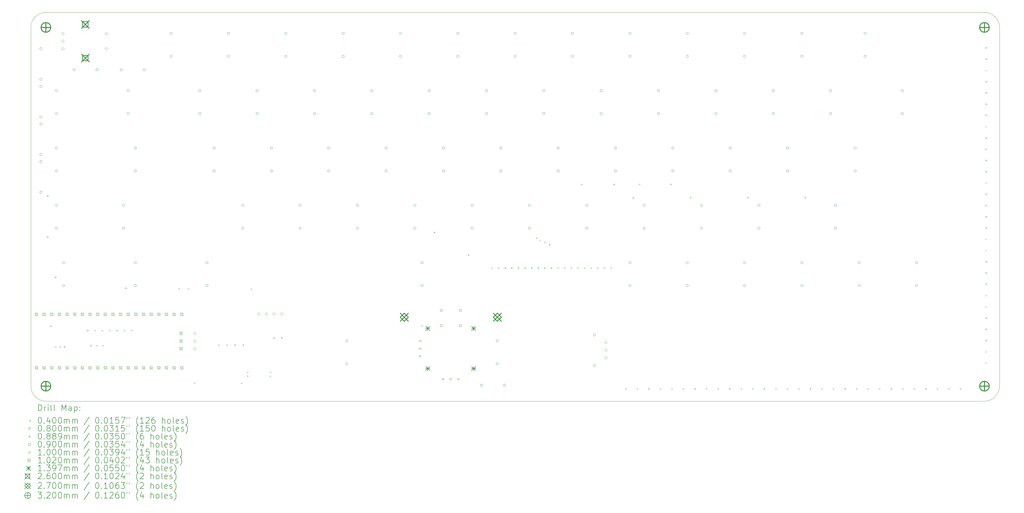
<source format=gbr>
%FSLAX45Y45*%
G04 Gerber Fmt 4.5, Leading zero omitted, Abs format (unit mm)*
G04 Created by KiCad (PCBNEW (6.0.5)) date 2022-06-12 15:49:42*
%MOMM*%
%LPD*%
G01*
G04 APERTURE LIST*
%TA.AperFunction,Profile*%
%ADD10C,0.100000*%
%TD*%
%ADD11C,0.200000*%
%ADD12C,0.040000*%
%ADD13C,0.080000*%
%ADD14C,0.088900*%
%ADD15C,0.090000*%
%ADD16C,0.100000*%
%ADD17C,0.102000*%
%ADD18C,0.139700*%
%ADD19C,0.260000*%
%ADD20C,0.270000*%
%ADD21C,0.320000*%
G04 APERTURE END LIST*
D10*
X5000000Y-8500000D02*
X5000000Y-20425000D01*
X37180000Y-8500000D02*
X37180000Y-20425000D01*
X5500000Y-8000000D02*
X36680000Y-8000000D01*
X5500000Y-20925000D02*
X36680000Y-20925000D01*
X5500000Y-8000000D02*
G75*
G03*
X5000000Y-8500000I0J-500000D01*
G01*
X37180000Y-8500000D02*
G75*
G03*
X36680000Y-8000000I-500000J0D01*
G01*
X36680000Y-20925000D02*
G75*
G03*
X37180000Y-20425000I0J500000D01*
G01*
X5000000Y-20425000D02*
G75*
G03*
X5500000Y-20925000I500000J0D01*
G01*
D11*
D12*
X5538451Y-14086549D02*
X5578451Y-14126549D01*
X5578451Y-14086549D02*
X5538451Y-14126549D01*
X5538451Y-15446549D02*
X5578451Y-15486549D01*
X5578451Y-15446549D02*
X5538451Y-15486549D01*
X5646000Y-18407101D02*
X5686000Y-18447101D01*
X5686000Y-18407101D02*
X5646000Y-18447101D01*
X5800000Y-16785000D02*
X5840000Y-16825000D01*
X5840000Y-16785000D02*
X5800000Y-16825000D01*
X5803000Y-19094000D02*
X5843000Y-19134000D01*
X5843000Y-19094000D02*
X5803000Y-19134000D01*
X5949500Y-19094000D02*
X5989500Y-19134000D01*
X5989500Y-19094000D02*
X5949500Y-19134000D01*
X6096000Y-19094000D02*
X6136000Y-19134000D01*
X6136000Y-19094000D02*
X6096000Y-19134000D01*
X6868000Y-18553000D02*
X6908000Y-18593000D01*
X6908000Y-18553000D02*
X6868000Y-18593000D01*
X6977000Y-19054000D02*
X7017000Y-19094000D01*
X7017000Y-19054000D02*
X6977000Y-19094000D01*
X7111000Y-18553000D02*
X7151000Y-18593000D01*
X7151000Y-18553000D02*
X7111000Y-18593000D01*
X7179000Y-19054000D02*
X7219000Y-19094000D01*
X7219000Y-19054000D02*
X7179000Y-19094000D01*
X7354000Y-18553000D02*
X7394000Y-18593000D01*
X7394000Y-18553000D02*
X7354000Y-18593000D01*
X7381000Y-19054000D02*
X7421000Y-19094000D01*
X7421000Y-19054000D02*
X7381000Y-19094000D01*
X7597000Y-18553000D02*
X7637000Y-18593000D01*
X7637000Y-18553000D02*
X7597000Y-18593000D01*
X7840000Y-18553000D02*
X7880000Y-18593000D01*
X7880000Y-18553000D02*
X7840000Y-18593000D01*
X8083000Y-18553000D02*
X8123000Y-18593000D01*
X8123000Y-18553000D02*
X8083000Y-18593000D01*
X8135000Y-17145000D02*
X8175000Y-17185000D01*
X8175000Y-17145000D02*
X8135000Y-17185000D01*
X8326000Y-18553000D02*
X8366000Y-18593000D01*
X8366000Y-18553000D02*
X8326000Y-18593000D01*
X9905000Y-17165000D02*
X9945000Y-17205000D01*
X9945000Y-17165000D02*
X9905000Y-17205000D01*
X10210000Y-17165000D02*
X10250000Y-17205000D01*
X10250000Y-17165000D02*
X10210000Y-17205000D01*
X10420000Y-20310000D02*
X10460000Y-20350000D01*
X10460000Y-20310000D02*
X10420000Y-20350000D01*
X11225000Y-19038000D02*
X11265000Y-19078000D01*
X11265000Y-19038000D02*
X11225000Y-19078000D01*
X11493667Y-19038000D02*
X11533667Y-19078000D01*
X11533667Y-19038000D02*
X11493667Y-19078000D01*
X11762333Y-19038000D02*
X11802333Y-19078000D01*
X11802333Y-19038000D02*
X11762333Y-19078000D01*
X11980000Y-20310000D02*
X12020000Y-20350000D01*
X12020000Y-20310000D02*
X11980000Y-20350000D01*
X12031000Y-19038000D02*
X12071000Y-19078000D01*
X12071000Y-19038000D02*
X12031000Y-19078000D01*
X12180000Y-19945000D02*
X12220000Y-19985000D01*
X12220000Y-19945000D02*
X12180000Y-19985000D01*
X12180000Y-20070000D02*
X12220000Y-20110000D01*
X12220000Y-20070000D02*
X12180000Y-20110000D01*
X12305000Y-17185000D02*
X12345000Y-17225000D01*
X12345000Y-17185000D02*
X12305000Y-17225000D01*
X12935000Y-20070000D02*
X12975000Y-20110000D01*
X12975000Y-20070000D02*
X12935000Y-20110000D01*
X12940000Y-19945000D02*
X12980000Y-19985000D01*
X12980000Y-19945000D02*
X12940000Y-19985000D01*
X13057000Y-18800000D02*
X13097000Y-18840000D01*
X13097000Y-18800000D02*
X13057000Y-18840000D01*
X13311000Y-18790000D02*
X13351000Y-18830000D01*
X13351000Y-18790000D02*
X13311000Y-18830000D01*
X17974375Y-18390625D02*
X18014375Y-18430625D01*
X18014375Y-18390625D02*
X17974375Y-18430625D01*
X18385000Y-15290000D02*
X18425000Y-15330000D01*
X18425000Y-15290000D02*
X18385000Y-15330000D01*
X19511075Y-16044500D02*
X19551075Y-16084500D01*
X19551075Y-16044500D02*
X19511075Y-16084500D01*
X20297334Y-16480000D02*
X20337334Y-16520000D01*
X20337334Y-16480000D02*
X20297334Y-16520000D01*
X20517167Y-16480000D02*
X20557167Y-16520000D01*
X20557167Y-16480000D02*
X20517167Y-16520000D01*
X20737000Y-16480000D02*
X20777000Y-16520000D01*
X20777000Y-16480000D02*
X20737000Y-16520000D01*
X20956834Y-16480000D02*
X20996834Y-16520000D01*
X20996834Y-16480000D02*
X20956834Y-16520000D01*
X21176667Y-16480000D02*
X21216667Y-16520000D01*
X21216667Y-16480000D02*
X21176667Y-16520000D01*
X21396500Y-16480000D02*
X21436500Y-16520000D01*
X21436500Y-16480000D02*
X21396500Y-16520000D01*
X21616333Y-16480000D02*
X21656333Y-16520000D01*
X21656333Y-16480000D02*
X21616333Y-16520000D01*
X21780000Y-15479853D02*
X21820000Y-15519853D01*
X21820000Y-15479853D02*
X21780000Y-15519853D01*
X21836167Y-16480000D02*
X21876167Y-16520000D01*
X21876167Y-16480000D02*
X21836167Y-16520000D01*
X21895000Y-15552303D02*
X21935000Y-15592303D01*
X21935000Y-15552303D02*
X21895000Y-15592303D01*
X22050000Y-15624753D02*
X22090000Y-15664753D01*
X22090000Y-15624753D02*
X22050000Y-15664753D01*
X22056000Y-16480000D02*
X22096000Y-16520000D01*
X22096000Y-16480000D02*
X22056000Y-16520000D01*
X22210000Y-15700000D02*
X22250000Y-15740000D01*
X22250000Y-15700000D02*
X22210000Y-15740000D01*
X22275833Y-16480000D02*
X22315833Y-16520000D01*
X22315833Y-16480000D02*
X22275833Y-16520000D01*
X22495667Y-16480000D02*
X22535667Y-16520000D01*
X22535667Y-16480000D02*
X22495667Y-16520000D01*
X22715500Y-16480000D02*
X22755500Y-16520000D01*
X22755500Y-16480000D02*
X22715500Y-16520000D01*
X22935333Y-16480000D02*
X22975333Y-16520000D01*
X22975333Y-16480000D02*
X22935333Y-16520000D01*
X23155166Y-16480000D02*
X23195166Y-16520000D01*
X23195166Y-16480000D02*
X23155166Y-16520000D01*
X23280000Y-13695000D02*
X23320000Y-13735000D01*
X23320000Y-13695000D02*
X23280000Y-13735000D01*
X23375000Y-16480000D02*
X23415000Y-16520000D01*
X23415000Y-16480000D02*
X23375000Y-16520000D01*
X23594833Y-16480000D02*
X23634833Y-16520000D01*
X23634833Y-16480000D02*
X23594833Y-16520000D01*
X23814666Y-16480000D02*
X23854666Y-16520000D01*
X23854666Y-16480000D02*
X23814666Y-16520000D01*
X24034500Y-16480000D02*
X24074500Y-16520000D01*
X24074500Y-16480000D02*
X24034500Y-16520000D01*
X24254334Y-16480000D02*
X24294334Y-16520000D01*
X24294334Y-16480000D02*
X24254334Y-16520000D01*
X24350000Y-13695000D02*
X24390000Y-13735000D01*
X24390000Y-13695000D02*
X24350000Y-13735000D01*
X24744000Y-20492000D02*
X24784000Y-20532000D01*
X24784000Y-20492000D02*
X24744000Y-20532000D01*
X24987950Y-14139500D02*
X25027950Y-14179500D01*
X25027950Y-14139500D02*
X24987950Y-14179500D01*
X25127448Y-20492000D02*
X25167448Y-20532000D01*
X25167448Y-20492000D02*
X25127448Y-20532000D01*
X25205000Y-13695000D02*
X25245000Y-13735000D01*
X25245000Y-13695000D02*
X25205000Y-13735000D01*
X25510896Y-20492000D02*
X25550896Y-20532000D01*
X25550896Y-20492000D02*
X25510896Y-20532000D01*
X25894345Y-20492000D02*
X25934345Y-20532000D01*
X25934345Y-20492000D02*
X25894345Y-20532000D01*
X26240000Y-13695000D02*
X26280000Y-13735000D01*
X26280000Y-13695000D02*
X26240000Y-13735000D01*
X26277793Y-20492000D02*
X26317793Y-20532000D01*
X26317793Y-20492000D02*
X26277793Y-20532000D01*
X26661241Y-20492000D02*
X26701241Y-20532000D01*
X26701241Y-20492000D02*
X26661241Y-20532000D01*
X26892950Y-14139500D02*
X26932950Y-14179500D01*
X26932950Y-14139500D02*
X26892950Y-14179500D01*
X27044689Y-20492000D02*
X27084689Y-20532000D01*
X27084689Y-20492000D02*
X27044689Y-20532000D01*
X27428137Y-20492000D02*
X27468137Y-20532000D01*
X27468137Y-20492000D02*
X27428137Y-20532000D01*
X27811586Y-20492000D02*
X27851586Y-20532000D01*
X27851586Y-20492000D02*
X27811586Y-20532000D01*
X28195034Y-20492000D02*
X28235034Y-20532000D01*
X28235034Y-20492000D02*
X28195034Y-20532000D01*
X28578482Y-20492000D02*
X28618482Y-20532000D01*
X28618482Y-20492000D02*
X28578482Y-20532000D01*
X28797950Y-14139500D02*
X28837950Y-14179500D01*
X28837950Y-14139500D02*
X28797950Y-14179500D01*
X28961930Y-20492000D02*
X29001930Y-20532000D01*
X29001930Y-20492000D02*
X28961930Y-20532000D01*
X29345378Y-20492000D02*
X29385378Y-20532000D01*
X29385378Y-20492000D02*
X29345378Y-20532000D01*
X29728827Y-20492000D02*
X29768827Y-20532000D01*
X29768827Y-20492000D02*
X29728827Y-20532000D01*
X30112275Y-20492000D02*
X30152275Y-20532000D01*
X30152275Y-20492000D02*
X30112275Y-20532000D01*
X30495723Y-20492000D02*
X30535723Y-20532000D01*
X30535723Y-20492000D02*
X30495723Y-20532000D01*
X30702950Y-14139500D02*
X30742950Y-14179500D01*
X30742950Y-14139500D02*
X30702950Y-14179500D01*
X30879171Y-20492000D02*
X30919171Y-20532000D01*
X30919171Y-20492000D02*
X30879171Y-20532000D01*
X31262619Y-20492000D02*
X31302619Y-20532000D01*
X31302619Y-20492000D02*
X31262619Y-20532000D01*
X31646068Y-20492000D02*
X31686068Y-20532000D01*
X31686068Y-20492000D02*
X31646068Y-20532000D01*
X32029516Y-20492000D02*
X32069516Y-20532000D01*
X32069516Y-20492000D02*
X32029516Y-20532000D01*
X32412964Y-20492000D02*
X32452964Y-20532000D01*
X32452964Y-20492000D02*
X32412964Y-20532000D01*
X32796412Y-20492000D02*
X32836412Y-20532000D01*
X32836412Y-20492000D02*
X32796412Y-20532000D01*
X33179860Y-20492000D02*
X33219860Y-20532000D01*
X33219860Y-20492000D02*
X33179860Y-20532000D01*
X33563309Y-20492000D02*
X33603309Y-20532000D01*
X33603309Y-20492000D02*
X33563309Y-20532000D01*
X33946757Y-20492000D02*
X33986757Y-20532000D01*
X33986757Y-20492000D02*
X33946757Y-20532000D01*
X34330205Y-20492000D02*
X34370205Y-20532000D01*
X34370205Y-20492000D02*
X34330205Y-20532000D01*
X34713653Y-20492000D02*
X34753653Y-20532000D01*
X34753653Y-20492000D02*
X34713653Y-20532000D01*
X35097101Y-20492000D02*
X35137101Y-20532000D01*
X35137101Y-20492000D02*
X35097101Y-20532000D01*
X35480550Y-20492000D02*
X35520550Y-20532000D01*
X35520550Y-20492000D02*
X35480550Y-20532000D01*
X35864000Y-20492000D02*
X35904000Y-20532000D01*
X35904000Y-20492000D02*
X35864000Y-20532000D01*
X36712000Y-9157430D02*
X36752000Y-9197430D01*
X36752000Y-9157430D02*
X36712000Y-9197430D01*
X36712000Y-9531609D02*
X36752000Y-9571609D01*
X36752000Y-9531609D02*
X36712000Y-9571609D01*
X36712000Y-9905787D02*
X36752000Y-9945787D01*
X36752000Y-9905787D02*
X36712000Y-9945787D01*
X36712000Y-10279966D02*
X36752000Y-10319966D01*
X36752000Y-10279966D02*
X36712000Y-10319966D01*
X36712000Y-10654144D02*
X36752000Y-10694144D01*
X36752000Y-10654144D02*
X36712000Y-10694144D01*
X36712000Y-11028323D02*
X36752000Y-11068323D01*
X36752000Y-11028323D02*
X36712000Y-11068323D01*
X36712000Y-11402501D02*
X36752000Y-11442501D01*
X36752000Y-11402501D02*
X36712000Y-11442501D01*
X36712000Y-11776679D02*
X36752000Y-11816679D01*
X36752000Y-11776679D02*
X36712000Y-11816679D01*
X36712000Y-12150858D02*
X36752000Y-12190858D01*
X36752000Y-12150858D02*
X36712000Y-12190858D01*
X36712000Y-12525036D02*
X36752000Y-12565036D01*
X36752000Y-12525036D02*
X36712000Y-12565036D01*
X36712000Y-12899215D02*
X36752000Y-12939215D01*
X36752000Y-12899215D02*
X36712000Y-12939215D01*
X36712000Y-13273393D02*
X36752000Y-13313393D01*
X36752000Y-13273393D02*
X36712000Y-13313393D01*
X36712000Y-13647572D02*
X36752000Y-13687572D01*
X36752000Y-13647572D02*
X36712000Y-13687572D01*
X36712000Y-14021750D02*
X36752000Y-14061750D01*
X36752000Y-14021750D02*
X36712000Y-14061750D01*
X36712000Y-14395929D02*
X36752000Y-14435929D01*
X36752000Y-14395929D02*
X36712000Y-14435929D01*
X36712000Y-14770107D02*
X36752000Y-14810107D01*
X36752000Y-14770107D02*
X36712000Y-14810107D01*
X36712000Y-15144286D02*
X36752000Y-15184286D01*
X36752000Y-15144286D02*
X36712000Y-15184286D01*
X36712000Y-15518464D02*
X36752000Y-15558464D01*
X36752000Y-15518464D02*
X36712000Y-15558464D01*
X36712000Y-15892643D02*
X36752000Y-15932643D01*
X36752000Y-15892643D02*
X36712000Y-15932643D01*
X36712000Y-16266821D02*
X36752000Y-16306821D01*
X36752000Y-16266821D02*
X36712000Y-16306821D01*
X36712000Y-16641000D02*
X36752000Y-16681000D01*
X36752000Y-16641000D02*
X36712000Y-16681000D01*
X36712000Y-17015179D02*
X36752000Y-17055179D01*
X36752000Y-17015179D02*
X36712000Y-17055179D01*
X36712000Y-17389357D02*
X36752000Y-17429357D01*
X36752000Y-17389357D02*
X36712000Y-17429357D01*
X36712000Y-17763536D02*
X36752000Y-17803536D01*
X36752000Y-17763536D02*
X36712000Y-17803536D01*
X36712000Y-18137714D02*
X36752000Y-18177714D01*
X36752000Y-18137714D02*
X36712000Y-18177714D01*
X36712000Y-18511893D02*
X36752000Y-18551893D01*
X36752000Y-18511893D02*
X36712000Y-18551893D01*
X36712000Y-18886071D02*
X36752000Y-18926071D01*
X36752000Y-18886071D02*
X36712000Y-18926071D01*
X36712000Y-19260250D02*
X36752000Y-19300250D01*
X36752000Y-19260250D02*
X36712000Y-19300250D01*
X36712000Y-19634430D02*
X36752000Y-19674430D01*
X36752000Y-19634430D02*
X36712000Y-19674430D01*
D13*
X5375000Y-9207000D02*
G75*
G03*
X5375000Y-9207000I-40000J0D01*
G01*
X5375000Y-10223000D02*
G75*
G03*
X5375000Y-10223000I-40000J0D01*
G01*
X5375000Y-10458667D02*
G75*
G03*
X5375000Y-10458667I-40000J0D01*
G01*
X5375000Y-11474667D02*
G75*
G03*
X5375000Y-11474667I-40000J0D01*
G01*
X5375000Y-11710333D02*
G75*
G03*
X5375000Y-11710333I-40000J0D01*
G01*
X5375000Y-12726333D02*
G75*
G03*
X5375000Y-12726333I-40000J0D01*
G01*
X5375000Y-12962000D02*
G75*
G03*
X5375000Y-12962000I-40000J0D01*
G01*
X5375000Y-13978000D02*
G75*
G03*
X5375000Y-13978000I-40000J0D01*
G01*
X5890000Y-10603500D02*
G75*
G03*
X5890000Y-10603500I-40000J0D01*
G01*
X5890000Y-11365500D02*
G75*
G03*
X5890000Y-11365500I-40000J0D01*
G01*
X5890000Y-12508500D02*
G75*
G03*
X5890000Y-12508500I-40000J0D01*
G01*
X5890000Y-13270500D02*
G75*
G03*
X5890000Y-13270500I-40000J0D01*
G01*
X5890000Y-14413500D02*
G75*
G03*
X5890000Y-14413500I-40000J0D01*
G01*
X5890000Y-15175500D02*
G75*
G03*
X5890000Y-15175500I-40000J0D01*
G01*
X6128125Y-16318500D02*
G75*
G03*
X6128125Y-16318500I-40000J0D01*
G01*
X6128125Y-17080500D02*
G75*
G03*
X6128125Y-17080500I-40000J0D01*
G01*
X6478000Y-9905000D02*
G75*
G03*
X6478000Y-9905000I-40000J0D01*
G01*
X7240000Y-9905000D02*
G75*
G03*
X7240000Y-9905000I-40000J0D01*
G01*
X8043000Y-9910000D02*
G75*
G03*
X8043000Y-9910000I-40000J0D01*
G01*
X8115000Y-14413500D02*
G75*
G03*
X8115000Y-14413500I-40000J0D01*
G01*
X8115000Y-15175500D02*
G75*
G03*
X8115000Y-15175500I-40000J0D01*
G01*
X8271250Y-10603500D02*
G75*
G03*
X8271250Y-10603500I-40000J0D01*
G01*
X8271250Y-11365500D02*
G75*
G03*
X8271250Y-11365500I-40000J0D01*
G01*
X8509375Y-12508500D02*
G75*
G03*
X8509375Y-12508500I-40000J0D01*
G01*
X8509375Y-13270500D02*
G75*
G03*
X8509375Y-13270500I-40000J0D01*
G01*
X8509375Y-16318500D02*
G75*
G03*
X8509375Y-16318500I-40000J0D01*
G01*
X8509375Y-17080500D02*
G75*
G03*
X8509375Y-17080500I-40000J0D01*
G01*
X8805000Y-9910000D02*
G75*
G03*
X8805000Y-9910000I-40000J0D01*
G01*
X9700000Y-8698500D02*
G75*
G03*
X9700000Y-8698500I-40000J0D01*
G01*
X9700000Y-9460500D02*
G75*
G03*
X9700000Y-9460500I-40000J0D01*
G01*
X10652500Y-10603500D02*
G75*
G03*
X10652500Y-10603500I-40000J0D01*
G01*
X10652500Y-11365500D02*
G75*
G03*
X10652500Y-11365500I-40000J0D01*
G01*
X10890625Y-16318500D02*
G75*
G03*
X10890625Y-16318500I-40000J0D01*
G01*
X10890625Y-17080500D02*
G75*
G03*
X10890625Y-17080500I-40000J0D01*
G01*
X11128750Y-12508500D02*
G75*
G03*
X11128750Y-12508500I-40000J0D01*
G01*
X11128750Y-13270500D02*
G75*
G03*
X11128750Y-13270500I-40000J0D01*
G01*
X11605000Y-8698500D02*
G75*
G03*
X11605000Y-8698500I-40000J0D01*
G01*
X11605000Y-9460500D02*
G75*
G03*
X11605000Y-9460500I-40000J0D01*
G01*
X12081250Y-14413500D02*
G75*
G03*
X12081250Y-14413500I-40000J0D01*
G01*
X12081250Y-15175500D02*
G75*
G03*
X12081250Y-15175500I-40000J0D01*
G01*
X12557500Y-10603500D02*
G75*
G03*
X12557500Y-10603500I-40000J0D01*
G01*
X12557500Y-11365500D02*
G75*
G03*
X12557500Y-11365500I-40000J0D01*
G01*
X13033750Y-12508500D02*
G75*
G03*
X13033750Y-12508500I-40000J0D01*
G01*
X13033750Y-13270500D02*
G75*
G03*
X13033750Y-13270500I-40000J0D01*
G01*
X13510000Y-8698500D02*
G75*
G03*
X13510000Y-8698500I-40000J0D01*
G01*
X13510000Y-9460500D02*
G75*
G03*
X13510000Y-9460500I-40000J0D01*
G01*
X13986250Y-14413500D02*
G75*
G03*
X13986250Y-14413500I-40000J0D01*
G01*
X13986250Y-15175500D02*
G75*
G03*
X13986250Y-15175500I-40000J0D01*
G01*
X14462500Y-10603500D02*
G75*
G03*
X14462500Y-10603500I-40000J0D01*
G01*
X14462500Y-11365500D02*
G75*
G03*
X14462500Y-11365500I-40000J0D01*
G01*
X14938750Y-12508500D02*
G75*
G03*
X14938750Y-12508500I-40000J0D01*
G01*
X14938750Y-13270500D02*
G75*
G03*
X14938750Y-13270500I-40000J0D01*
G01*
X15415000Y-8698500D02*
G75*
G03*
X15415000Y-8698500I-40000J0D01*
G01*
X15415000Y-9460500D02*
G75*
G03*
X15415000Y-9460500I-40000J0D01*
G01*
X15534375Y-18918500D02*
G75*
G03*
X15534375Y-18918500I-40000J0D01*
G01*
X15534375Y-19680500D02*
G75*
G03*
X15534375Y-19680500I-40000J0D01*
G01*
X15891250Y-14413500D02*
G75*
G03*
X15891250Y-14413500I-40000J0D01*
G01*
X15891250Y-15175500D02*
G75*
G03*
X15891250Y-15175500I-40000J0D01*
G01*
X16367500Y-10603500D02*
G75*
G03*
X16367500Y-10603500I-40000J0D01*
G01*
X16367500Y-11365500D02*
G75*
G03*
X16367500Y-11365500I-40000J0D01*
G01*
X16843750Y-12508500D02*
G75*
G03*
X16843750Y-12508500I-40000J0D01*
G01*
X16843750Y-13270500D02*
G75*
G03*
X16843750Y-13270500I-40000J0D01*
G01*
X17320000Y-8698500D02*
G75*
G03*
X17320000Y-8698500I-40000J0D01*
G01*
X17320000Y-9460500D02*
G75*
G03*
X17320000Y-9460500I-40000J0D01*
G01*
X17796250Y-14413500D02*
G75*
G03*
X17796250Y-14413500I-40000J0D01*
G01*
X17796250Y-15175500D02*
G75*
G03*
X17796250Y-15175500I-40000J0D01*
G01*
X18034375Y-16318500D02*
G75*
G03*
X18034375Y-16318500I-40000J0D01*
G01*
X18034375Y-17080500D02*
G75*
G03*
X18034375Y-17080500I-40000J0D01*
G01*
X18272500Y-10603500D02*
G75*
G03*
X18272500Y-10603500I-40000J0D01*
G01*
X18272500Y-11365500D02*
G75*
G03*
X18272500Y-11365500I-40000J0D01*
G01*
X18748750Y-12508500D02*
G75*
G03*
X18748750Y-12508500I-40000J0D01*
G01*
X18748750Y-13270500D02*
G75*
G03*
X18748750Y-13270500I-40000J0D01*
G01*
X19225000Y-8698500D02*
G75*
G03*
X19225000Y-8698500I-40000J0D01*
G01*
X19225000Y-9460500D02*
G75*
G03*
X19225000Y-9460500I-40000J0D01*
G01*
X19701250Y-14413500D02*
G75*
G03*
X19701250Y-14413500I-40000J0D01*
G01*
X19701250Y-15175500D02*
G75*
G03*
X19701250Y-15175500I-40000J0D01*
G01*
X20014000Y-20395000D02*
G75*
G03*
X20014000Y-20395000I-40000J0D01*
G01*
X20177500Y-10603500D02*
G75*
G03*
X20177500Y-10603500I-40000J0D01*
G01*
X20177500Y-11365500D02*
G75*
G03*
X20177500Y-11365500I-40000J0D01*
G01*
X20534375Y-18918500D02*
G75*
G03*
X20534375Y-18918500I-40000J0D01*
G01*
X20534375Y-19680500D02*
G75*
G03*
X20534375Y-19680500I-40000J0D01*
G01*
X20653750Y-12508500D02*
G75*
G03*
X20653750Y-12508500I-40000J0D01*
G01*
X20653750Y-13270500D02*
G75*
G03*
X20653750Y-13270500I-40000J0D01*
G01*
X20776000Y-20395000D02*
G75*
G03*
X20776000Y-20395000I-40000J0D01*
G01*
X21130000Y-8698500D02*
G75*
G03*
X21130000Y-8698500I-40000J0D01*
G01*
X21130000Y-9460500D02*
G75*
G03*
X21130000Y-9460500I-40000J0D01*
G01*
X21606250Y-14413500D02*
G75*
G03*
X21606250Y-14413500I-40000J0D01*
G01*
X21606250Y-15175500D02*
G75*
G03*
X21606250Y-15175500I-40000J0D01*
G01*
X22082500Y-10603500D02*
G75*
G03*
X22082500Y-10603500I-40000J0D01*
G01*
X22082500Y-11365500D02*
G75*
G03*
X22082500Y-11365500I-40000J0D01*
G01*
X22558750Y-12508500D02*
G75*
G03*
X22558750Y-12508500I-40000J0D01*
G01*
X22558750Y-13270500D02*
G75*
G03*
X22558750Y-13270500I-40000J0D01*
G01*
X23035000Y-8698500D02*
G75*
G03*
X23035000Y-8698500I-40000J0D01*
G01*
X23035000Y-9460500D02*
G75*
G03*
X23035000Y-9460500I-40000J0D01*
G01*
X23511250Y-14413500D02*
G75*
G03*
X23511250Y-14413500I-40000J0D01*
G01*
X23511250Y-15175500D02*
G75*
G03*
X23511250Y-15175500I-40000J0D01*
G01*
X23765000Y-18722000D02*
G75*
G03*
X23765000Y-18722000I-40000J0D01*
G01*
X23765000Y-19738000D02*
G75*
G03*
X23765000Y-19738000I-40000J0D01*
G01*
X23987500Y-10603500D02*
G75*
G03*
X23987500Y-10603500I-40000J0D01*
G01*
X23987500Y-11365500D02*
G75*
G03*
X23987500Y-11365500I-40000J0D01*
G01*
X24463750Y-12508500D02*
G75*
G03*
X24463750Y-12508500I-40000J0D01*
G01*
X24463750Y-13270500D02*
G75*
G03*
X24463750Y-13270500I-40000J0D01*
G01*
X24940000Y-16318500D02*
G75*
G03*
X24940000Y-16318500I-40000J0D01*
G01*
X24940000Y-17080500D02*
G75*
G03*
X24940000Y-17080500I-40000J0D01*
G01*
X24940000Y-8698500D02*
G75*
G03*
X24940000Y-8698500I-40000J0D01*
G01*
X24940000Y-9460500D02*
G75*
G03*
X24940000Y-9460500I-40000J0D01*
G01*
X25416250Y-14413500D02*
G75*
G03*
X25416250Y-14413500I-40000J0D01*
G01*
X25416250Y-15175500D02*
G75*
G03*
X25416250Y-15175500I-40000J0D01*
G01*
X25892500Y-10603500D02*
G75*
G03*
X25892500Y-10603500I-40000J0D01*
G01*
X25892500Y-11365500D02*
G75*
G03*
X25892500Y-11365500I-40000J0D01*
G01*
X26368750Y-12508500D02*
G75*
G03*
X26368750Y-12508500I-40000J0D01*
G01*
X26368750Y-13270500D02*
G75*
G03*
X26368750Y-13270500I-40000J0D01*
G01*
X26845000Y-8698500D02*
G75*
G03*
X26845000Y-8698500I-40000J0D01*
G01*
X26845000Y-9460500D02*
G75*
G03*
X26845000Y-9460500I-40000J0D01*
G01*
X26845000Y-16318500D02*
G75*
G03*
X26845000Y-16318500I-40000J0D01*
G01*
X26845000Y-17080500D02*
G75*
G03*
X26845000Y-17080500I-40000J0D01*
G01*
X27321250Y-14413500D02*
G75*
G03*
X27321250Y-14413500I-40000J0D01*
G01*
X27321250Y-15175500D02*
G75*
G03*
X27321250Y-15175500I-40000J0D01*
G01*
X27797500Y-10603500D02*
G75*
G03*
X27797500Y-10603500I-40000J0D01*
G01*
X27797500Y-11365500D02*
G75*
G03*
X27797500Y-11365500I-40000J0D01*
G01*
X28273750Y-12508500D02*
G75*
G03*
X28273750Y-12508500I-40000J0D01*
G01*
X28273750Y-13270500D02*
G75*
G03*
X28273750Y-13270500I-40000J0D01*
G01*
X28750000Y-8698500D02*
G75*
G03*
X28750000Y-8698500I-40000J0D01*
G01*
X28750000Y-9460500D02*
G75*
G03*
X28750000Y-9460500I-40000J0D01*
G01*
X28750000Y-16318500D02*
G75*
G03*
X28750000Y-16318500I-40000J0D01*
G01*
X28750000Y-17080500D02*
G75*
G03*
X28750000Y-17080500I-40000J0D01*
G01*
X29226250Y-14413500D02*
G75*
G03*
X29226250Y-14413500I-40000J0D01*
G01*
X29226250Y-15175500D02*
G75*
G03*
X29226250Y-15175500I-40000J0D01*
G01*
X29702500Y-10603500D02*
G75*
G03*
X29702500Y-10603500I-40000J0D01*
G01*
X29702500Y-11365500D02*
G75*
G03*
X29702500Y-11365500I-40000J0D01*
G01*
X30178750Y-12508500D02*
G75*
G03*
X30178750Y-12508500I-40000J0D01*
G01*
X30178750Y-13270500D02*
G75*
G03*
X30178750Y-13270500I-40000J0D01*
G01*
X30655000Y-8698500D02*
G75*
G03*
X30655000Y-8698500I-40000J0D01*
G01*
X30655000Y-9460500D02*
G75*
G03*
X30655000Y-9460500I-40000J0D01*
G01*
X30655000Y-16318500D02*
G75*
G03*
X30655000Y-16318500I-40000J0D01*
G01*
X30655000Y-17080500D02*
G75*
G03*
X30655000Y-17080500I-40000J0D01*
G01*
X31607500Y-10603500D02*
G75*
G03*
X31607500Y-10603500I-40000J0D01*
G01*
X31607500Y-11365500D02*
G75*
G03*
X31607500Y-11365500I-40000J0D01*
G01*
X31770000Y-14413500D02*
G75*
G03*
X31770000Y-14413500I-40000J0D01*
G01*
X31770000Y-15175500D02*
G75*
G03*
X31770000Y-15175500I-40000J0D01*
G01*
X32425000Y-12508500D02*
G75*
G03*
X32425000Y-12508500I-40000J0D01*
G01*
X32425000Y-13270500D02*
G75*
G03*
X32425000Y-13270500I-40000J0D01*
G01*
X32560000Y-16318500D02*
G75*
G03*
X32560000Y-16318500I-40000J0D01*
G01*
X32560000Y-17080500D02*
G75*
G03*
X32560000Y-17080500I-40000J0D01*
G01*
X32755000Y-8699000D02*
G75*
G03*
X32755000Y-8699000I-40000J0D01*
G01*
X32755000Y-9461000D02*
G75*
G03*
X32755000Y-9461000I-40000J0D01*
G01*
X33988750Y-10603500D02*
G75*
G03*
X33988750Y-10603500I-40000J0D01*
G01*
X33988750Y-11365500D02*
G75*
G03*
X33988750Y-11365500I-40000J0D01*
G01*
X34465000Y-16318500D02*
G75*
G03*
X34465000Y-16318500I-40000J0D01*
G01*
X34465000Y-17080500D02*
G75*
G03*
X34465000Y-17080500I-40000J0D01*
G01*
D14*
X17930875Y-18874050D02*
X17930875Y-18962950D01*
X17886425Y-18918500D02*
X17975325Y-18918500D01*
X17930875Y-19128050D02*
X17930875Y-19216950D01*
X17886425Y-19172500D02*
X17975325Y-19172500D01*
X17930875Y-19382050D02*
X17930875Y-19470950D01*
X17886425Y-19426500D02*
X17975325Y-19426500D01*
X18692875Y-20144050D02*
X18692875Y-20232950D01*
X18648425Y-20188500D02*
X18737325Y-20188500D01*
X18946875Y-20144050D02*
X18946875Y-20232950D01*
X18902425Y-20188500D02*
X18991325Y-20188500D01*
X19200875Y-20144050D02*
X19200875Y-20232950D01*
X19156425Y-20188500D02*
X19245325Y-20188500D01*
D15*
X18661195Y-17934320D02*
X18661195Y-17870680D01*
X18597555Y-17870680D01*
X18597555Y-17934320D01*
X18661195Y-17934320D01*
X18661195Y-18442320D02*
X18661195Y-18378680D01*
X18597555Y-18378680D01*
X18597555Y-18442320D01*
X18661195Y-18442320D01*
X19296195Y-17934320D02*
X19296195Y-17870680D01*
X19232555Y-17870680D01*
X19232555Y-17934320D01*
X19296195Y-17934320D01*
X19296195Y-18442320D02*
X19296195Y-18378680D01*
X19232555Y-18378680D01*
X19232555Y-18442320D01*
X19296195Y-18442320D01*
D16*
X6054500Y-8754500D02*
X6104500Y-8704500D01*
X6054500Y-8654500D01*
X6004500Y-8704500D01*
X6054500Y-8754500D01*
X6054500Y-9004500D02*
X6104500Y-8954500D01*
X6054500Y-8904500D01*
X6004500Y-8954500D01*
X6054500Y-9004500D01*
X6054500Y-9254500D02*
X6104500Y-9204500D01*
X6054500Y-9154500D01*
X6004500Y-9204500D01*
X6054500Y-9254500D01*
X7504500Y-8754500D02*
X7554500Y-8704500D01*
X7504500Y-8654500D01*
X7454500Y-8704500D01*
X7504500Y-8754500D01*
X7504500Y-9254500D02*
X7554500Y-9204500D01*
X7504500Y-9154500D01*
X7454500Y-9204500D01*
X7504500Y-9254500D01*
X10445000Y-18719500D02*
X10495000Y-18669500D01*
X10445000Y-18619500D01*
X10395000Y-18669500D01*
X10445000Y-18719500D01*
X10445000Y-18973500D02*
X10495000Y-18923500D01*
X10445000Y-18873500D01*
X10395000Y-18923500D01*
X10445000Y-18973500D01*
X10445000Y-19227500D02*
X10495000Y-19177500D01*
X10445000Y-19127500D01*
X10395000Y-19177500D01*
X10445000Y-19227500D01*
X12568875Y-18072500D02*
X12618875Y-18022500D01*
X12568875Y-17972500D01*
X12518875Y-18022500D01*
X12568875Y-18072500D01*
X12822875Y-18072500D02*
X12872875Y-18022500D01*
X12822875Y-17972500D01*
X12772875Y-18022500D01*
X12822875Y-18072500D01*
X13076875Y-18072500D02*
X13126875Y-18022500D01*
X13076875Y-17972500D01*
X13026875Y-18022500D01*
X13076875Y-18072500D01*
X13330875Y-18072500D02*
X13380875Y-18022500D01*
X13330875Y-17972500D01*
X13280875Y-18022500D01*
X13330875Y-18072500D01*
X24100000Y-19017000D02*
X24150000Y-18967000D01*
X24100000Y-18917000D01*
X24050000Y-18967000D01*
X24100000Y-19017000D01*
X24100000Y-19271000D02*
X24150000Y-19221000D01*
X24100000Y-19171000D01*
X24050000Y-19221000D01*
X24100000Y-19271000D01*
X24100000Y-19525000D02*
X24150000Y-19475000D01*
X24100000Y-19425000D01*
X24050000Y-19475000D01*
X24100000Y-19525000D01*
D17*
X5136000Y-17985000D02*
X5238000Y-18087000D01*
X5238000Y-17985000D02*
X5136000Y-18087000D01*
X5238000Y-18036000D02*
G75*
G03*
X5238000Y-18036000I-51000J0D01*
G01*
X5136000Y-19763000D02*
X5238000Y-19865000D01*
X5238000Y-19763000D02*
X5136000Y-19865000D01*
X5238000Y-19814000D02*
G75*
G03*
X5238000Y-19814000I-51000J0D01*
G01*
X5390000Y-17985000D02*
X5492000Y-18087000D01*
X5492000Y-17985000D02*
X5390000Y-18087000D01*
X5492000Y-18036000D02*
G75*
G03*
X5492000Y-18036000I-51000J0D01*
G01*
X5390000Y-19763000D02*
X5492000Y-19865000D01*
X5492000Y-19763000D02*
X5390000Y-19865000D01*
X5492000Y-19814000D02*
G75*
G03*
X5492000Y-19814000I-51000J0D01*
G01*
X5644000Y-17985000D02*
X5746000Y-18087000D01*
X5746000Y-17985000D02*
X5644000Y-18087000D01*
X5746000Y-18036000D02*
G75*
G03*
X5746000Y-18036000I-51000J0D01*
G01*
X5644000Y-19763000D02*
X5746000Y-19865000D01*
X5746000Y-19763000D02*
X5644000Y-19865000D01*
X5746000Y-19814000D02*
G75*
G03*
X5746000Y-19814000I-51000J0D01*
G01*
X5898000Y-17985000D02*
X6000000Y-18087000D01*
X6000000Y-17985000D02*
X5898000Y-18087000D01*
X6000000Y-18036000D02*
G75*
G03*
X6000000Y-18036000I-51000J0D01*
G01*
X5898000Y-19763000D02*
X6000000Y-19865000D01*
X6000000Y-19763000D02*
X5898000Y-19865000D01*
X6000000Y-19814000D02*
G75*
G03*
X6000000Y-19814000I-51000J0D01*
G01*
X6152000Y-17985000D02*
X6254000Y-18087000D01*
X6254000Y-17985000D02*
X6152000Y-18087000D01*
X6254000Y-18036000D02*
G75*
G03*
X6254000Y-18036000I-51000J0D01*
G01*
X6152000Y-19763000D02*
X6254000Y-19865000D01*
X6254000Y-19763000D02*
X6152000Y-19865000D01*
X6254000Y-19814000D02*
G75*
G03*
X6254000Y-19814000I-51000J0D01*
G01*
X6406000Y-17985000D02*
X6508000Y-18087000D01*
X6508000Y-17985000D02*
X6406000Y-18087000D01*
X6508000Y-18036000D02*
G75*
G03*
X6508000Y-18036000I-51000J0D01*
G01*
X6406000Y-19763000D02*
X6508000Y-19865000D01*
X6508000Y-19763000D02*
X6406000Y-19865000D01*
X6508000Y-19814000D02*
G75*
G03*
X6508000Y-19814000I-51000J0D01*
G01*
X6660000Y-17985000D02*
X6762000Y-18087000D01*
X6762000Y-17985000D02*
X6660000Y-18087000D01*
X6762000Y-18036000D02*
G75*
G03*
X6762000Y-18036000I-51000J0D01*
G01*
X6660000Y-19763000D02*
X6762000Y-19865000D01*
X6762000Y-19763000D02*
X6660000Y-19865000D01*
X6762000Y-19814000D02*
G75*
G03*
X6762000Y-19814000I-51000J0D01*
G01*
X6914000Y-17985000D02*
X7016000Y-18087000D01*
X7016000Y-17985000D02*
X6914000Y-18087000D01*
X7016000Y-18036000D02*
G75*
G03*
X7016000Y-18036000I-51000J0D01*
G01*
X6914000Y-19763000D02*
X7016000Y-19865000D01*
X7016000Y-19763000D02*
X6914000Y-19865000D01*
X7016000Y-19814000D02*
G75*
G03*
X7016000Y-19814000I-51000J0D01*
G01*
X7168000Y-17985000D02*
X7270000Y-18087000D01*
X7270000Y-17985000D02*
X7168000Y-18087000D01*
X7270000Y-18036000D02*
G75*
G03*
X7270000Y-18036000I-51000J0D01*
G01*
X7168000Y-19763000D02*
X7270000Y-19865000D01*
X7270000Y-19763000D02*
X7168000Y-19865000D01*
X7270000Y-19814000D02*
G75*
G03*
X7270000Y-19814000I-51000J0D01*
G01*
X7422000Y-17985000D02*
X7524000Y-18087000D01*
X7524000Y-17985000D02*
X7422000Y-18087000D01*
X7524000Y-18036000D02*
G75*
G03*
X7524000Y-18036000I-51000J0D01*
G01*
X7422000Y-19763000D02*
X7524000Y-19865000D01*
X7524000Y-19763000D02*
X7422000Y-19865000D01*
X7524000Y-19814000D02*
G75*
G03*
X7524000Y-19814000I-51000J0D01*
G01*
X7676000Y-17985000D02*
X7778000Y-18087000D01*
X7778000Y-17985000D02*
X7676000Y-18087000D01*
X7778000Y-18036000D02*
G75*
G03*
X7778000Y-18036000I-51000J0D01*
G01*
X7676000Y-19763000D02*
X7778000Y-19865000D01*
X7778000Y-19763000D02*
X7676000Y-19865000D01*
X7778000Y-19814000D02*
G75*
G03*
X7778000Y-19814000I-51000J0D01*
G01*
X7930000Y-17985000D02*
X8032000Y-18087000D01*
X8032000Y-17985000D02*
X7930000Y-18087000D01*
X8032000Y-18036000D02*
G75*
G03*
X8032000Y-18036000I-51000J0D01*
G01*
X7930000Y-19763000D02*
X8032000Y-19865000D01*
X8032000Y-19763000D02*
X7930000Y-19865000D01*
X8032000Y-19814000D02*
G75*
G03*
X8032000Y-19814000I-51000J0D01*
G01*
X8184000Y-17985000D02*
X8286000Y-18087000D01*
X8286000Y-17985000D02*
X8184000Y-18087000D01*
X8286000Y-18036000D02*
G75*
G03*
X8286000Y-18036000I-51000J0D01*
G01*
X8184000Y-19763000D02*
X8286000Y-19865000D01*
X8286000Y-19763000D02*
X8184000Y-19865000D01*
X8286000Y-19814000D02*
G75*
G03*
X8286000Y-19814000I-51000J0D01*
G01*
X8438000Y-17985000D02*
X8540000Y-18087000D01*
X8540000Y-17985000D02*
X8438000Y-18087000D01*
X8540000Y-18036000D02*
G75*
G03*
X8540000Y-18036000I-51000J0D01*
G01*
X8438000Y-19763000D02*
X8540000Y-19865000D01*
X8540000Y-19763000D02*
X8438000Y-19865000D01*
X8540000Y-19814000D02*
G75*
G03*
X8540000Y-19814000I-51000J0D01*
G01*
X8692000Y-17985000D02*
X8794000Y-18087000D01*
X8794000Y-17985000D02*
X8692000Y-18087000D01*
X8794000Y-18036000D02*
G75*
G03*
X8794000Y-18036000I-51000J0D01*
G01*
X8692000Y-19763000D02*
X8794000Y-19865000D01*
X8794000Y-19763000D02*
X8692000Y-19865000D01*
X8794000Y-19814000D02*
G75*
G03*
X8794000Y-19814000I-51000J0D01*
G01*
X8946000Y-17985000D02*
X9048000Y-18087000D01*
X9048000Y-17985000D02*
X8946000Y-18087000D01*
X9048000Y-18036000D02*
G75*
G03*
X9048000Y-18036000I-51000J0D01*
G01*
X8946000Y-19763000D02*
X9048000Y-19865000D01*
X9048000Y-19763000D02*
X8946000Y-19865000D01*
X9048000Y-19814000D02*
G75*
G03*
X9048000Y-19814000I-51000J0D01*
G01*
X9200000Y-17985000D02*
X9302000Y-18087000D01*
X9302000Y-17985000D02*
X9200000Y-18087000D01*
X9302000Y-18036000D02*
G75*
G03*
X9302000Y-18036000I-51000J0D01*
G01*
X9200000Y-19763000D02*
X9302000Y-19865000D01*
X9302000Y-19763000D02*
X9200000Y-19865000D01*
X9302000Y-19814000D02*
G75*
G03*
X9302000Y-19814000I-51000J0D01*
G01*
X9454000Y-17985000D02*
X9556000Y-18087000D01*
X9556000Y-17985000D02*
X9454000Y-18087000D01*
X9556000Y-18036000D02*
G75*
G03*
X9556000Y-18036000I-51000J0D01*
G01*
X9454000Y-19763000D02*
X9556000Y-19865000D01*
X9556000Y-19763000D02*
X9454000Y-19865000D01*
X9556000Y-19814000D02*
G75*
G03*
X9556000Y-19814000I-51000J0D01*
G01*
X9708000Y-17985000D02*
X9810000Y-18087000D01*
X9810000Y-17985000D02*
X9708000Y-18087000D01*
X9810000Y-18036000D02*
G75*
G03*
X9810000Y-18036000I-51000J0D01*
G01*
X9708000Y-19763000D02*
X9810000Y-19865000D01*
X9810000Y-19763000D02*
X9708000Y-19865000D01*
X9810000Y-19814000D02*
G75*
G03*
X9810000Y-19814000I-51000J0D01*
G01*
X9939000Y-18620000D02*
X10041000Y-18722000D01*
X10041000Y-18620000D02*
X9939000Y-18722000D01*
X10041000Y-18671000D02*
G75*
G03*
X10041000Y-18671000I-51000J0D01*
G01*
X9939000Y-18874000D02*
X10041000Y-18976000D01*
X10041000Y-18874000D02*
X9939000Y-18976000D01*
X10041000Y-18925000D02*
G75*
G03*
X10041000Y-18925000I-51000J0D01*
G01*
X9939000Y-19128000D02*
X10041000Y-19230000D01*
X10041000Y-19128000D02*
X9939000Y-19230000D01*
X10041000Y-19179000D02*
G75*
G03*
X10041000Y-19179000I-51000J0D01*
G01*
X9962000Y-17985000D02*
X10064000Y-18087000D01*
X10064000Y-17985000D02*
X9962000Y-18087000D01*
X10064000Y-18036000D02*
G75*
G03*
X10064000Y-18036000I-51000J0D01*
G01*
X9962000Y-19763000D02*
X10064000Y-19865000D01*
X10064000Y-19763000D02*
X9962000Y-19865000D01*
X10064000Y-19814000D02*
G75*
G03*
X10064000Y-19814000I-51000J0D01*
G01*
D18*
X18115025Y-18435900D02*
X18254725Y-18575600D01*
X18254725Y-18435900D02*
X18115025Y-18575600D01*
X18184875Y-18435900D02*
X18184875Y-18575600D01*
X18115025Y-18505750D02*
X18254725Y-18505750D01*
X18115025Y-19769400D02*
X18254725Y-19909100D01*
X18254725Y-19769400D02*
X18115025Y-19909100D01*
X18184875Y-19769400D02*
X18184875Y-19909100D01*
X18115025Y-19839250D02*
X18254725Y-19839250D01*
X19639025Y-18435900D02*
X19778725Y-18575600D01*
X19778725Y-18435900D02*
X19639025Y-18575600D01*
X19708875Y-18435900D02*
X19708875Y-18575600D01*
X19639025Y-18505750D02*
X19778725Y-18505750D01*
X19639025Y-19769400D02*
X19778725Y-19909100D01*
X19778725Y-19769400D02*
X19639025Y-19909100D01*
X19708875Y-19769400D02*
X19708875Y-19909100D01*
X19639025Y-19839250D02*
X19778725Y-19839250D01*
D19*
X6674500Y-8264500D02*
X6934500Y-8524500D01*
X6934500Y-8264500D02*
X6674500Y-8524500D01*
X6896425Y-8486425D02*
X6896425Y-8302575D01*
X6712575Y-8302575D01*
X6712575Y-8486425D01*
X6896425Y-8486425D01*
X6674500Y-9384500D02*
X6934500Y-9644500D01*
X6934500Y-9384500D02*
X6674500Y-9644500D01*
X6896425Y-9606425D02*
X6896425Y-9422575D01*
X6712575Y-9422575D01*
X6712575Y-9606425D01*
X6896425Y-9606425D01*
D20*
X17265000Y-17995000D02*
X17535000Y-18265000D01*
X17535000Y-17995000D02*
X17265000Y-18265000D01*
X17400000Y-18265000D02*
X17535000Y-18130000D01*
X17400000Y-17995000D01*
X17265000Y-18130000D01*
X17400000Y-18265000D01*
X20360000Y-17995000D02*
X20630000Y-18265000D01*
X20630000Y-17995000D02*
X20360000Y-18265000D01*
X20495000Y-18265000D02*
X20630000Y-18130000D01*
X20495000Y-17995000D01*
X20360000Y-18130000D01*
X20495000Y-18265000D01*
D21*
X5500000Y-8340000D02*
X5500000Y-8660000D01*
X5340000Y-8500000D02*
X5660000Y-8500000D01*
X5660000Y-8500000D02*
G75*
G03*
X5660000Y-8500000I-160000J0D01*
G01*
X5500000Y-20265000D02*
X5500000Y-20585000D01*
X5340000Y-20425000D02*
X5660000Y-20425000D01*
X5660000Y-20425000D02*
G75*
G03*
X5660000Y-20425000I-160000J0D01*
G01*
X36680000Y-8340000D02*
X36680000Y-8660000D01*
X36520000Y-8500000D02*
X36840000Y-8500000D01*
X36840000Y-8500000D02*
G75*
G03*
X36840000Y-8500000I-160000J0D01*
G01*
X36680000Y-20265000D02*
X36680000Y-20585000D01*
X36520000Y-20425000D02*
X36840000Y-20425000D01*
X36840000Y-20425000D02*
G75*
G03*
X36840000Y-20425000I-160000J0D01*
G01*
D11*
X5252619Y-21240476D02*
X5252619Y-21040476D01*
X5300238Y-21040476D01*
X5328810Y-21050000D01*
X5347857Y-21069048D01*
X5357381Y-21088095D01*
X5366905Y-21126190D01*
X5366905Y-21154762D01*
X5357381Y-21192857D01*
X5347857Y-21211905D01*
X5328810Y-21230952D01*
X5300238Y-21240476D01*
X5252619Y-21240476D01*
X5452619Y-21240476D02*
X5452619Y-21107143D01*
X5452619Y-21145238D02*
X5462143Y-21126190D01*
X5471667Y-21116667D01*
X5490714Y-21107143D01*
X5509762Y-21107143D01*
X5576429Y-21240476D02*
X5576429Y-21107143D01*
X5576429Y-21040476D02*
X5566905Y-21050000D01*
X5576429Y-21059524D01*
X5585952Y-21050000D01*
X5576429Y-21040476D01*
X5576429Y-21059524D01*
X5700238Y-21240476D02*
X5681190Y-21230952D01*
X5671667Y-21211905D01*
X5671667Y-21040476D01*
X5805000Y-21240476D02*
X5785952Y-21230952D01*
X5776428Y-21211905D01*
X5776428Y-21040476D01*
X6033571Y-21240476D02*
X6033571Y-21040476D01*
X6100238Y-21183333D01*
X6166905Y-21040476D01*
X6166905Y-21240476D01*
X6347857Y-21240476D02*
X6347857Y-21135714D01*
X6338333Y-21116667D01*
X6319286Y-21107143D01*
X6281190Y-21107143D01*
X6262143Y-21116667D01*
X6347857Y-21230952D02*
X6328809Y-21240476D01*
X6281190Y-21240476D01*
X6262143Y-21230952D01*
X6252619Y-21211905D01*
X6252619Y-21192857D01*
X6262143Y-21173810D01*
X6281190Y-21164286D01*
X6328809Y-21164286D01*
X6347857Y-21154762D01*
X6443095Y-21107143D02*
X6443095Y-21307143D01*
X6443095Y-21116667D02*
X6462143Y-21107143D01*
X6500238Y-21107143D01*
X6519286Y-21116667D01*
X6528809Y-21126190D01*
X6538333Y-21145238D01*
X6538333Y-21202381D01*
X6528809Y-21221429D01*
X6519286Y-21230952D01*
X6500238Y-21240476D01*
X6462143Y-21240476D01*
X6443095Y-21230952D01*
X6624048Y-21221429D02*
X6633571Y-21230952D01*
X6624048Y-21240476D01*
X6614524Y-21230952D01*
X6624048Y-21221429D01*
X6624048Y-21240476D01*
X6624048Y-21116667D02*
X6633571Y-21126190D01*
X6624048Y-21135714D01*
X6614524Y-21126190D01*
X6624048Y-21116667D01*
X6624048Y-21135714D01*
D12*
X4955000Y-21550000D02*
X4995000Y-21590000D01*
X4995000Y-21550000D02*
X4955000Y-21590000D01*
D11*
X5290714Y-21460476D02*
X5309762Y-21460476D01*
X5328810Y-21470000D01*
X5338333Y-21479524D01*
X5347857Y-21498571D01*
X5357381Y-21536667D01*
X5357381Y-21584286D01*
X5347857Y-21622381D01*
X5338333Y-21641429D01*
X5328810Y-21650952D01*
X5309762Y-21660476D01*
X5290714Y-21660476D01*
X5271667Y-21650952D01*
X5262143Y-21641429D01*
X5252619Y-21622381D01*
X5243095Y-21584286D01*
X5243095Y-21536667D01*
X5252619Y-21498571D01*
X5262143Y-21479524D01*
X5271667Y-21470000D01*
X5290714Y-21460476D01*
X5443095Y-21641429D02*
X5452619Y-21650952D01*
X5443095Y-21660476D01*
X5433571Y-21650952D01*
X5443095Y-21641429D01*
X5443095Y-21660476D01*
X5624048Y-21527143D02*
X5624048Y-21660476D01*
X5576429Y-21450952D02*
X5528810Y-21593810D01*
X5652619Y-21593810D01*
X5766905Y-21460476D02*
X5785952Y-21460476D01*
X5805000Y-21470000D01*
X5814524Y-21479524D01*
X5824048Y-21498571D01*
X5833571Y-21536667D01*
X5833571Y-21584286D01*
X5824048Y-21622381D01*
X5814524Y-21641429D01*
X5805000Y-21650952D01*
X5785952Y-21660476D01*
X5766905Y-21660476D01*
X5747857Y-21650952D01*
X5738333Y-21641429D01*
X5728809Y-21622381D01*
X5719286Y-21584286D01*
X5719286Y-21536667D01*
X5728809Y-21498571D01*
X5738333Y-21479524D01*
X5747857Y-21470000D01*
X5766905Y-21460476D01*
X5957381Y-21460476D02*
X5976428Y-21460476D01*
X5995476Y-21470000D01*
X6005000Y-21479524D01*
X6014524Y-21498571D01*
X6024048Y-21536667D01*
X6024048Y-21584286D01*
X6014524Y-21622381D01*
X6005000Y-21641429D01*
X5995476Y-21650952D01*
X5976428Y-21660476D01*
X5957381Y-21660476D01*
X5938333Y-21650952D01*
X5928809Y-21641429D01*
X5919286Y-21622381D01*
X5909762Y-21584286D01*
X5909762Y-21536667D01*
X5919286Y-21498571D01*
X5928809Y-21479524D01*
X5938333Y-21470000D01*
X5957381Y-21460476D01*
X6109762Y-21660476D02*
X6109762Y-21527143D01*
X6109762Y-21546190D02*
X6119286Y-21536667D01*
X6138333Y-21527143D01*
X6166905Y-21527143D01*
X6185952Y-21536667D01*
X6195476Y-21555714D01*
X6195476Y-21660476D01*
X6195476Y-21555714D02*
X6205000Y-21536667D01*
X6224048Y-21527143D01*
X6252619Y-21527143D01*
X6271667Y-21536667D01*
X6281190Y-21555714D01*
X6281190Y-21660476D01*
X6376428Y-21660476D02*
X6376428Y-21527143D01*
X6376428Y-21546190D02*
X6385952Y-21536667D01*
X6405000Y-21527143D01*
X6433571Y-21527143D01*
X6452619Y-21536667D01*
X6462143Y-21555714D01*
X6462143Y-21660476D01*
X6462143Y-21555714D02*
X6471667Y-21536667D01*
X6490714Y-21527143D01*
X6519286Y-21527143D01*
X6538333Y-21536667D01*
X6547857Y-21555714D01*
X6547857Y-21660476D01*
X6938333Y-21450952D02*
X6766905Y-21708095D01*
X7195476Y-21460476D02*
X7214524Y-21460476D01*
X7233571Y-21470000D01*
X7243095Y-21479524D01*
X7252619Y-21498571D01*
X7262143Y-21536667D01*
X7262143Y-21584286D01*
X7252619Y-21622381D01*
X7243095Y-21641429D01*
X7233571Y-21650952D01*
X7214524Y-21660476D01*
X7195476Y-21660476D01*
X7176428Y-21650952D01*
X7166905Y-21641429D01*
X7157381Y-21622381D01*
X7147857Y-21584286D01*
X7147857Y-21536667D01*
X7157381Y-21498571D01*
X7166905Y-21479524D01*
X7176428Y-21470000D01*
X7195476Y-21460476D01*
X7347857Y-21641429D02*
X7357381Y-21650952D01*
X7347857Y-21660476D01*
X7338333Y-21650952D01*
X7347857Y-21641429D01*
X7347857Y-21660476D01*
X7481190Y-21460476D02*
X7500238Y-21460476D01*
X7519286Y-21470000D01*
X7528809Y-21479524D01*
X7538333Y-21498571D01*
X7547857Y-21536667D01*
X7547857Y-21584286D01*
X7538333Y-21622381D01*
X7528809Y-21641429D01*
X7519286Y-21650952D01*
X7500238Y-21660476D01*
X7481190Y-21660476D01*
X7462143Y-21650952D01*
X7452619Y-21641429D01*
X7443095Y-21622381D01*
X7433571Y-21584286D01*
X7433571Y-21536667D01*
X7443095Y-21498571D01*
X7452619Y-21479524D01*
X7462143Y-21470000D01*
X7481190Y-21460476D01*
X7738333Y-21660476D02*
X7624048Y-21660476D01*
X7681190Y-21660476D02*
X7681190Y-21460476D01*
X7662143Y-21489048D01*
X7643095Y-21508095D01*
X7624048Y-21517619D01*
X7919286Y-21460476D02*
X7824048Y-21460476D01*
X7814524Y-21555714D01*
X7824048Y-21546190D01*
X7843095Y-21536667D01*
X7890714Y-21536667D01*
X7909762Y-21546190D01*
X7919286Y-21555714D01*
X7928809Y-21574762D01*
X7928809Y-21622381D01*
X7919286Y-21641429D01*
X7909762Y-21650952D01*
X7890714Y-21660476D01*
X7843095Y-21660476D01*
X7824048Y-21650952D01*
X7814524Y-21641429D01*
X7995476Y-21460476D02*
X8128809Y-21460476D01*
X8043095Y-21660476D01*
X8195476Y-21460476D02*
X8195476Y-21498571D01*
X8271667Y-21460476D02*
X8271667Y-21498571D01*
X8566905Y-21736667D02*
X8557381Y-21727143D01*
X8538333Y-21698571D01*
X8528810Y-21679524D01*
X8519286Y-21650952D01*
X8509762Y-21603333D01*
X8509762Y-21565238D01*
X8519286Y-21517619D01*
X8528810Y-21489048D01*
X8538333Y-21470000D01*
X8557381Y-21441429D01*
X8566905Y-21431905D01*
X8747857Y-21660476D02*
X8633571Y-21660476D01*
X8690714Y-21660476D02*
X8690714Y-21460476D01*
X8671667Y-21489048D01*
X8652619Y-21508095D01*
X8633571Y-21517619D01*
X8824048Y-21479524D02*
X8833571Y-21470000D01*
X8852619Y-21460476D01*
X8900238Y-21460476D01*
X8919286Y-21470000D01*
X8928810Y-21479524D01*
X8938333Y-21498571D01*
X8938333Y-21517619D01*
X8928810Y-21546190D01*
X8814524Y-21660476D01*
X8938333Y-21660476D01*
X9109762Y-21460476D02*
X9071667Y-21460476D01*
X9052619Y-21470000D01*
X9043095Y-21479524D01*
X9024048Y-21508095D01*
X9014524Y-21546190D01*
X9014524Y-21622381D01*
X9024048Y-21641429D01*
X9033571Y-21650952D01*
X9052619Y-21660476D01*
X9090714Y-21660476D01*
X9109762Y-21650952D01*
X9119286Y-21641429D01*
X9128810Y-21622381D01*
X9128810Y-21574762D01*
X9119286Y-21555714D01*
X9109762Y-21546190D01*
X9090714Y-21536667D01*
X9052619Y-21536667D01*
X9033571Y-21546190D01*
X9024048Y-21555714D01*
X9014524Y-21574762D01*
X9366905Y-21660476D02*
X9366905Y-21460476D01*
X9452619Y-21660476D02*
X9452619Y-21555714D01*
X9443095Y-21536667D01*
X9424048Y-21527143D01*
X9395476Y-21527143D01*
X9376429Y-21536667D01*
X9366905Y-21546190D01*
X9576429Y-21660476D02*
X9557381Y-21650952D01*
X9547857Y-21641429D01*
X9538333Y-21622381D01*
X9538333Y-21565238D01*
X9547857Y-21546190D01*
X9557381Y-21536667D01*
X9576429Y-21527143D01*
X9605000Y-21527143D01*
X9624048Y-21536667D01*
X9633571Y-21546190D01*
X9643095Y-21565238D01*
X9643095Y-21622381D01*
X9633571Y-21641429D01*
X9624048Y-21650952D01*
X9605000Y-21660476D01*
X9576429Y-21660476D01*
X9757381Y-21660476D02*
X9738333Y-21650952D01*
X9728810Y-21631905D01*
X9728810Y-21460476D01*
X9909762Y-21650952D02*
X9890714Y-21660476D01*
X9852619Y-21660476D01*
X9833571Y-21650952D01*
X9824048Y-21631905D01*
X9824048Y-21555714D01*
X9833571Y-21536667D01*
X9852619Y-21527143D01*
X9890714Y-21527143D01*
X9909762Y-21536667D01*
X9919286Y-21555714D01*
X9919286Y-21574762D01*
X9824048Y-21593810D01*
X9995476Y-21650952D02*
X10014524Y-21660476D01*
X10052619Y-21660476D01*
X10071667Y-21650952D01*
X10081190Y-21631905D01*
X10081190Y-21622381D01*
X10071667Y-21603333D01*
X10052619Y-21593810D01*
X10024048Y-21593810D01*
X10005000Y-21584286D01*
X9995476Y-21565238D01*
X9995476Y-21555714D01*
X10005000Y-21536667D01*
X10024048Y-21527143D01*
X10052619Y-21527143D01*
X10071667Y-21536667D01*
X10147857Y-21736667D02*
X10157381Y-21727143D01*
X10176429Y-21698571D01*
X10185952Y-21679524D01*
X10195476Y-21650952D01*
X10205000Y-21603333D01*
X10205000Y-21565238D01*
X10195476Y-21517619D01*
X10185952Y-21489048D01*
X10176429Y-21470000D01*
X10157381Y-21441429D01*
X10147857Y-21431905D01*
D13*
X4995000Y-21834000D02*
G75*
G03*
X4995000Y-21834000I-40000J0D01*
G01*
D11*
X5290714Y-21724476D02*
X5309762Y-21724476D01*
X5328810Y-21734000D01*
X5338333Y-21743524D01*
X5347857Y-21762571D01*
X5357381Y-21800667D01*
X5357381Y-21848286D01*
X5347857Y-21886381D01*
X5338333Y-21905429D01*
X5328810Y-21914952D01*
X5309762Y-21924476D01*
X5290714Y-21924476D01*
X5271667Y-21914952D01*
X5262143Y-21905429D01*
X5252619Y-21886381D01*
X5243095Y-21848286D01*
X5243095Y-21800667D01*
X5252619Y-21762571D01*
X5262143Y-21743524D01*
X5271667Y-21734000D01*
X5290714Y-21724476D01*
X5443095Y-21905429D02*
X5452619Y-21914952D01*
X5443095Y-21924476D01*
X5433571Y-21914952D01*
X5443095Y-21905429D01*
X5443095Y-21924476D01*
X5566905Y-21810190D02*
X5547857Y-21800667D01*
X5538333Y-21791143D01*
X5528810Y-21772095D01*
X5528810Y-21762571D01*
X5538333Y-21743524D01*
X5547857Y-21734000D01*
X5566905Y-21724476D01*
X5605000Y-21724476D01*
X5624048Y-21734000D01*
X5633571Y-21743524D01*
X5643095Y-21762571D01*
X5643095Y-21772095D01*
X5633571Y-21791143D01*
X5624048Y-21800667D01*
X5605000Y-21810190D01*
X5566905Y-21810190D01*
X5547857Y-21819714D01*
X5538333Y-21829238D01*
X5528810Y-21848286D01*
X5528810Y-21886381D01*
X5538333Y-21905429D01*
X5547857Y-21914952D01*
X5566905Y-21924476D01*
X5605000Y-21924476D01*
X5624048Y-21914952D01*
X5633571Y-21905429D01*
X5643095Y-21886381D01*
X5643095Y-21848286D01*
X5633571Y-21829238D01*
X5624048Y-21819714D01*
X5605000Y-21810190D01*
X5766905Y-21724476D02*
X5785952Y-21724476D01*
X5805000Y-21734000D01*
X5814524Y-21743524D01*
X5824048Y-21762571D01*
X5833571Y-21800667D01*
X5833571Y-21848286D01*
X5824048Y-21886381D01*
X5814524Y-21905429D01*
X5805000Y-21914952D01*
X5785952Y-21924476D01*
X5766905Y-21924476D01*
X5747857Y-21914952D01*
X5738333Y-21905429D01*
X5728809Y-21886381D01*
X5719286Y-21848286D01*
X5719286Y-21800667D01*
X5728809Y-21762571D01*
X5738333Y-21743524D01*
X5747857Y-21734000D01*
X5766905Y-21724476D01*
X5957381Y-21724476D02*
X5976428Y-21724476D01*
X5995476Y-21734000D01*
X6005000Y-21743524D01*
X6014524Y-21762571D01*
X6024048Y-21800667D01*
X6024048Y-21848286D01*
X6014524Y-21886381D01*
X6005000Y-21905429D01*
X5995476Y-21914952D01*
X5976428Y-21924476D01*
X5957381Y-21924476D01*
X5938333Y-21914952D01*
X5928809Y-21905429D01*
X5919286Y-21886381D01*
X5909762Y-21848286D01*
X5909762Y-21800667D01*
X5919286Y-21762571D01*
X5928809Y-21743524D01*
X5938333Y-21734000D01*
X5957381Y-21724476D01*
X6109762Y-21924476D02*
X6109762Y-21791143D01*
X6109762Y-21810190D02*
X6119286Y-21800667D01*
X6138333Y-21791143D01*
X6166905Y-21791143D01*
X6185952Y-21800667D01*
X6195476Y-21819714D01*
X6195476Y-21924476D01*
X6195476Y-21819714D02*
X6205000Y-21800667D01*
X6224048Y-21791143D01*
X6252619Y-21791143D01*
X6271667Y-21800667D01*
X6281190Y-21819714D01*
X6281190Y-21924476D01*
X6376428Y-21924476D02*
X6376428Y-21791143D01*
X6376428Y-21810190D02*
X6385952Y-21800667D01*
X6405000Y-21791143D01*
X6433571Y-21791143D01*
X6452619Y-21800667D01*
X6462143Y-21819714D01*
X6462143Y-21924476D01*
X6462143Y-21819714D02*
X6471667Y-21800667D01*
X6490714Y-21791143D01*
X6519286Y-21791143D01*
X6538333Y-21800667D01*
X6547857Y-21819714D01*
X6547857Y-21924476D01*
X6938333Y-21714952D02*
X6766905Y-21972095D01*
X7195476Y-21724476D02*
X7214524Y-21724476D01*
X7233571Y-21734000D01*
X7243095Y-21743524D01*
X7252619Y-21762571D01*
X7262143Y-21800667D01*
X7262143Y-21848286D01*
X7252619Y-21886381D01*
X7243095Y-21905429D01*
X7233571Y-21914952D01*
X7214524Y-21924476D01*
X7195476Y-21924476D01*
X7176428Y-21914952D01*
X7166905Y-21905429D01*
X7157381Y-21886381D01*
X7147857Y-21848286D01*
X7147857Y-21800667D01*
X7157381Y-21762571D01*
X7166905Y-21743524D01*
X7176428Y-21734000D01*
X7195476Y-21724476D01*
X7347857Y-21905429D02*
X7357381Y-21914952D01*
X7347857Y-21924476D01*
X7338333Y-21914952D01*
X7347857Y-21905429D01*
X7347857Y-21924476D01*
X7481190Y-21724476D02*
X7500238Y-21724476D01*
X7519286Y-21734000D01*
X7528809Y-21743524D01*
X7538333Y-21762571D01*
X7547857Y-21800667D01*
X7547857Y-21848286D01*
X7538333Y-21886381D01*
X7528809Y-21905429D01*
X7519286Y-21914952D01*
X7500238Y-21924476D01*
X7481190Y-21924476D01*
X7462143Y-21914952D01*
X7452619Y-21905429D01*
X7443095Y-21886381D01*
X7433571Y-21848286D01*
X7433571Y-21800667D01*
X7443095Y-21762571D01*
X7452619Y-21743524D01*
X7462143Y-21734000D01*
X7481190Y-21724476D01*
X7614524Y-21724476D02*
X7738333Y-21724476D01*
X7671667Y-21800667D01*
X7700238Y-21800667D01*
X7719286Y-21810190D01*
X7728809Y-21819714D01*
X7738333Y-21838762D01*
X7738333Y-21886381D01*
X7728809Y-21905429D01*
X7719286Y-21914952D01*
X7700238Y-21924476D01*
X7643095Y-21924476D01*
X7624048Y-21914952D01*
X7614524Y-21905429D01*
X7928809Y-21924476D02*
X7814524Y-21924476D01*
X7871667Y-21924476D02*
X7871667Y-21724476D01*
X7852619Y-21753048D01*
X7833571Y-21772095D01*
X7814524Y-21781619D01*
X8109762Y-21724476D02*
X8014524Y-21724476D01*
X8005000Y-21819714D01*
X8014524Y-21810190D01*
X8033571Y-21800667D01*
X8081190Y-21800667D01*
X8100238Y-21810190D01*
X8109762Y-21819714D01*
X8119286Y-21838762D01*
X8119286Y-21886381D01*
X8109762Y-21905429D01*
X8100238Y-21914952D01*
X8081190Y-21924476D01*
X8033571Y-21924476D01*
X8014524Y-21914952D01*
X8005000Y-21905429D01*
X8195476Y-21724476D02*
X8195476Y-21762571D01*
X8271667Y-21724476D02*
X8271667Y-21762571D01*
X8566905Y-22000667D02*
X8557381Y-21991143D01*
X8538333Y-21962571D01*
X8528810Y-21943524D01*
X8519286Y-21914952D01*
X8509762Y-21867333D01*
X8509762Y-21829238D01*
X8519286Y-21781619D01*
X8528810Y-21753048D01*
X8538333Y-21734000D01*
X8557381Y-21705429D01*
X8566905Y-21695905D01*
X8747857Y-21924476D02*
X8633571Y-21924476D01*
X8690714Y-21924476D02*
X8690714Y-21724476D01*
X8671667Y-21753048D01*
X8652619Y-21772095D01*
X8633571Y-21781619D01*
X8928810Y-21724476D02*
X8833571Y-21724476D01*
X8824048Y-21819714D01*
X8833571Y-21810190D01*
X8852619Y-21800667D01*
X8900238Y-21800667D01*
X8919286Y-21810190D01*
X8928810Y-21819714D01*
X8938333Y-21838762D01*
X8938333Y-21886381D01*
X8928810Y-21905429D01*
X8919286Y-21914952D01*
X8900238Y-21924476D01*
X8852619Y-21924476D01*
X8833571Y-21914952D01*
X8824048Y-21905429D01*
X9062143Y-21724476D02*
X9081190Y-21724476D01*
X9100238Y-21734000D01*
X9109762Y-21743524D01*
X9119286Y-21762571D01*
X9128810Y-21800667D01*
X9128810Y-21848286D01*
X9119286Y-21886381D01*
X9109762Y-21905429D01*
X9100238Y-21914952D01*
X9081190Y-21924476D01*
X9062143Y-21924476D01*
X9043095Y-21914952D01*
X9033571Y-21905429D01*
X9024048Y-21886381D01*
X9014524Y-21848286D01*
X9014524Y-21800667D01*
X9024048Y-21762571D01*
X9033571Y-21743524D01*
X9043095Y-21734000D01*
X9062143Y-21724476D01*
X9366905Y-21924476D02*
X9366905Y-21724476D01*
X9452619Y-21924476D02*
X9452619Y-21819714D01*
X9443095Y-21800667D01*
X9424048Y-21791143D01*
X9395476Y-21791143D01*
X9376429Y-21800667D01*
X9366905Y-21810190D01*
X9576429Y-21924476D02*
X9557381Y-21914952D01*
X9547857Y-21905429D01*
X9538333Y-21886381D01*
X9538333Y-21829238D01*
X9547857Y-21810190D01*
X9557381Y-21800667D01*
X9576429Y-21791143D01*
X9605000Y-21791143D01*
X9624048Y-21800667D01*
X9633571Y-21810190D01*
X9643095Y-21829238D01*
X9643095Y-21886381D01*
X9633571Y-21905429D01*
X9624048Y-21914952D01*
X9605000Y-21924476D01*
X9576429Y-21924476D01*
X9757381Y-21924476D02*
X9738333Y-21914952D01*
X9728810Y-21895905D01*
X9728810Y-21724476D01*
X9909762Y-21914952D02*
X9890714Y-21924476D01*
X9852619Y-21924476D01*
X9833571Y-21914952D01*
X9824048Y-21895905D01*
X9824048Y-21819714D01*
X9833571Y-21800667D01*
X9852619Y-21791143D01*
X9890714Y-21791143D01*
X9909762Y-21800667D01*
X9919286Y-21819714D01*
X9919286Y-21838762D01*
X9824048Y-21857810D01*
X9995476Y-21914952D02*
X10014524Y-21924476D01*
X10052619Y-21924476D01*
X10071667Y-21914952D01*
X10081190Y-21895905D01*
X10081190Y-21886381D01*
X10071667Y-21867333D01*
X10052619Y-21857810D01*
X10024048Y-21857810D01*
X10005000Y-21848286D01*
X9995476Y-21829238D01*
X9995476Y-21819714D01*
X10005000Y-21800667D01*
X10024048Y-21791143D01*
X10052619Y-21791143D01*
X10071667Y-21800667D01*
X10147857Y-22000667D02*
X10157381Y-21991143D01*
X10176429Y-21962571D01*
X10185952Y-21943524D01*
X10195476Y-21914952D01*
X10205000Y-21867333D01*
X10205000Y-21829238D01*
X10195476Y-21781619D01*
X10185952Y-21753048D01*
X10176429Y-21734000D01*
X10157381Y-21705429D01*
X10147857Y-21695905D01*
D14*
X4950550Y-22053550D02*
X4950550Y-22142450D01*
X4906100Y-22098000D02*
X4995000Y-22098000D01*
D11*
X5290714Y-21988476D02*
X5309762Y-21988476D01*
X5328810Y-21998000D01*
X5338333Y-22007524D01*
X5347857Y-22026571D01*
X5357381Y-22064667D01*
X5357381Y-22112286D01*
X5347857Y-22150381D01*
X5338333Y-22169429D01*
X5328810Y-22178952D01*
X5309762Y-22188476D01*
X5290714Y-22188476D01*
X5271667Y-22178952D01*
X5262143Y-22169429D01*
X5252619Y-22150381D01*
X5243095Y-22112286D01*
X5243095Y-22064667D01*
X5252619Y-22026571D01*
X5262143Y-22007524D01*
X5271667Y-21998000D01*
X5290714Y-21988476D01*
X5443095Y-22169429D02*
X5452619Y-22178952D01*
X5443095Y-22188476D01*
X5433571Y-22178952D01*
X5443095Y-22169429D01*
X5443095Y-22188476D01*
X5566905Y-22074190D02*
X5547857Y-22064667D01*
X5538333Y-22055143D01*
X5528810Y-22036095D01*
X5528810Y-22026571D01*
X5538333Y-22007524D01*
X5547857Y-21998000D01*
X5566905Y-21988476D01*
X5605000Y-21988476D01*
X5624048Y-21998000D01*
X5633571Y-22007524D01*
X5643095Y-22026571D01*
X5643095Y-22036095D01*
X5633571Y-22055143D01*
X5624048Y-22064667D01*
X5605000Y-22074190D01*
X5566905Y-22074190D01*
X5547857Y-22083714D01*
X5538333Y-22093238D01*
X5528810Y-22112286D01*
X5528810Y-22150381D01*
X5538333Y-22169429D01*
X5547857Y-22178952D01*
X5566905Y-22188476D01*
X5605000Y-22188476D01*
X5624048Y-22178952D01*
X5633571Y-22169429D01*
X5643095Y-22150381D01*
X5643095Y-22112286D01*
X5633571Y-22093238D01*
X5624048Y-22083714D01*
X5605000Y-22074190D01*
X5757381Y-22074190D02*
X5738333Y-22064667D01*
X5728809Y-22055143D01*
X5719286Y-22036095D01*
X5719286Y-22026571D01*
X5728809Y-22007524D01*
X5738333Y-21998000D01*
X5757381Y-21988476D01*
X5795476Y-21988476D01*
X5814524Y-21998000D01*
X5824048Y-22007524D01*
X5833571Y-22026571D01*
X5833571Y-22036095D01*
X5824048Y-22055143D01*
X5814524Y-22064667D01*
X5795476Y-22074190D01*
X5757381Y-22074190D01*
X5738333Y-22083714D01*
X5728809Y-22093238D01*
X5719286Y-22112286D01*
X5719286Y-22150381D01*
X5728809Y-22169429D01*
X5738333Y-22178952D01*
X5757381Y-22188476D01*
X5795476Y-22188476D01*
X5814524Y-22178952D01*
X5824048Y-22169429D01*
X5833571Y-22150381D01*
X5833571Y-22112286D01*
X5824048Y-22093238D01*
X5814524Y-22083714D01*
X5795476Y-22074190D01*
X5928809Y-22188476D02*
X5966905Y-22188476D01*
X5985952Y-22178952D01*
X5995476Y-22169429D01*
X6014524Y-22140857D01*
X6024048Y-22102762D01*
X6024048Y-22026571D01*
X6014524Y-22007524D01*
X6005000Y-21998000D01*
X5985952Y-21988476D01*
X5947857Y-21988476D01*
X5928809Y-21998000D01*
X5919286Y-22007524D01*
X5909762Y-22026571D01*
X5909762Y-22074190D01*
X5919286Y-22093238D01*
X5928809Y-22102762D01*
X5947857Y-22112286D01*
X5985952Y-22112286D01*
X6005000Y-22102762D01*
X6014524Y-22093238D01*
X6024048Y-22074190D01*
X6109762Y-22188476D02*
X6109762Y-22055143D01*
X6109762Y-22074190D02*
X6119286Y-22064667D01*
X6138333Y-22055143D01*
X6166905Y-22055143D01*
X6185952Y-22064667D01*
X6195476Y-22083714D01*
X6195476Y-22188476D01*
X6195476Y-22083714D02*
X6205000Y-22064667D01*
X6224048Y-22055143D01*
X6252619Y-22055143D01*
X6271667Y-22064667D01*
X6281190Y-22083714D01*
X6281190Y-22188476D01*
X6376428Y-22188476D02*
X6376428Y-22055143D01*
X6376428Y-22074190D02*
X6385952Y-22064667D01*
X6405000Y-22055143D01*
X6433571Y-22055143D01*
X6452619Y-22064667D01*
X6462143Y-22083714D01*
X6462143Y-22188476D01*
X6462143Y-22083714D02*
X6471667Y-22064667D01*
X6490714Y-22055143D01*
X6519286Y-22055143D01*
X6538333Y-22064667D01*
X6547857Y-22083714D01*
X6547857Y-22188476D01*
X6938333Y-21978952D02*
X6766905Y-22236095D01*
X7195476Y-21988476D02*
X7214524Y-21988476D01*
X7233571Y-21998000D01*
X7243095Y-22007524D01*
X7252619Y-22026571D01*
X7262143Y-22064667D01*
X7262143Y-22112286D01*
X7252619Y-22150381D01*
X7243095Y-22169429D01*
X7233571Y-22178952D01*
X7214524Y-22188476D01*
X7195476Y-22188476D01*
X7176428Y-22178952D01*
X7166905Y-22169429D01*
X7157381Y-22150381D01*
X7147857Y-22112286D01*
X7147857Y-22064667D01*
X7157381Y-22026571D01*
X7166905Y-22007524D01*
X7176428Y-21998000D01*
X7195476Y-21988476D01*
X7347857Y-22169429D02*
X7357381Y-22178952D01*
X7347857Y-22188476D01*
X7338333Y-22178952D01*
X7347857Y-22169429D01*
X7347857Y-22188476D01*
X7481190Y-21988476D02*
X7500238Y-21988476D01*
X7519286Y-21998000D01*
X7528809Y-22007524D01*
X7538333Y-22026571D01*
X7547857Y-22064667D01*
X7547857Y-22112286D01*
X7538333Y-22150381D01*
X7528809Y-22169429D01*
X7519286Y-22178952D01*
X7500238Y-22188476D01*
X7481190Y-22188476D01*
X7462143Y-22178952D01*
X7452619Y-22169429D01*
X7443095Y-22150381D01*
X7433571Y-22112286D01*
X7433571Y-22064667D01*
X7443095Y-22026571D01*
X7452619Y-22007524D01*
X7462143Y-21998000D01*
X7481190Y-21988476D01*
X7614524Y-21988476D02*
X7738333Y-21988476D01*
X7671667Y-22064667D01*
X7700238Y-22064667D01*
X7719286Y-22074190D01*
X7728809Y-22083714D01*
X7738333Y-22102762D01*
X7738333Y-22150381D01*
X7728809Y-22169429D01*
X7719286Y-22178952D01*
X7700238Y-22188476D01*
X7643095Y-22188476D01*
X7624048Y-22178952D01*
X7614524Y-22169429D01*
X7919286Y-21988476D02*
X7824048Y-21988476D01*
X7814524Y-22083714D01*
X7824048Y-22074190D01*
X7843095Y-22064667D01*
X7890714Y-22064667D01*
X7909762Y-22074190D01*
X7919286Y-22083714D01*
X7928809Y-22102762D01*
X7928809Y-22150381D01*
X7919286Y-22169429D01*
X7909762Y-22178952D01*
X7890714Y-22188476D01*
X7843095Y-22188476D01*
X7824048Y-22178952D01*
X7814524Y-22169429D01*
X8052619Y-21988476D02*
X8071667Y-21988476D01*
X8090714Y-21998000D01*
X8100238Y-22007524D01*
X8109762Y-22026571D01*
X8119286Y-22064667D01*
X8119286Y-22112286D01*
X8109762Y-22150381D01*
X8100238Y-22169429D01*
X8090714Y-22178952D01*
X8071667Y-22188476D01*
X8052619Y-22188476D01*
X8033571Y-22178952D01*
X8024048Y-22169429D01*
X8014524Y-22150381D01*
X8005000Y-22112286D01*
X8005000Y-22064667D01*
X8014524Y-22026571D01*
X8024048Y-22007524D01*
X8033571Y-21998000D01*
X8052619Y-21988476D01*
X8195476Y-21988476D02*
X8195476Y-22026571D01*
X8271667Y-21988476D02*
X8271667Y-22026571D01*
X8566905Y-22264667D02*
X8557381Y-22255143D01*
X8538333Y-22226571D01*
X8528810Y-22207524D01*
X8519286Y-22178952D01*
X8509762Y-22131333D01*
X8509762Y-22093238D01*
X8519286Y-22045619D01*
X8528810Y-22017048D01*
X8538333Y-21998000D01*
X8557381Y-21969429D01*
X8566905Y-21959905D01*
X8728810Y-21988476D02*
X8690714Y-21988476D01*
X8671667Y-21998000D01*
X8662143Y-22007524D01*
X8643095Y-22036095D01*
X8633571Y-22074190D01*
X8633571Y-22150381D01*
X8643095Y-22169429D01*
X8652619Y-22178952D01*
X8671667Y-22188476D01*
X8709762Y-22188476D01*
X8728810Y-22178952D01*
X8738333Y-22169429D01*
X8747857Y-22150381D01*
X8747857Y-22102762D01*
X8738333Y-22083714D01*
X8728810Y-22074190D01*
X8709762Y-22064667D01*
X8671667Y-22064667D01*
X8652619Y-22074190D01*
X8643095Y-22083714D01*
X8633571Y-22102762D01*
X8985952Y-22188476D02*
X8985952Y-21988476D01*
X9071667Y-22188476D02*
X9071667Y-22083714D01*
X9062143Y-22064667D01*
X9043095Y-22055143D01*
X9014524Y-22055143D01*
X8995476Y-22064667D01*
X8985952Y-22074190D01*
X9195476Y-22188476D02*
X9176429Y-22178952D01*
X9166905Y-22169429D01*
X9157381Y-22150381D01*
X9157381Y-22093238D01*
X9166905Y-22074190D01*
X9176429Y-22064667D01*
X9195476Y-22055143D01*
X9224048Y-22055143D01*
X9243095Y-22064667D01*
X9252619Y-22074190D01*
X9262143Y-22093238D01*
X9262143Y-22150381D01*
X9252619Y-22169429D01*
X9243095Y-22178952D01*
X9224048Y-22188476D01*
X9195476Y-22188476D01*
X9376429Y-22188476D02*
X9357381Y-22178952D01*
X9347857Y-22159905D01*
X9347857Y-21988476D01*
X9528810Y-22178952D02*
X9509762Y-22188476D01*
X9471667Y-22188476D01*
X9452619Y-22178952D01*
X9443095Y-22159905D01*
X9443095Y-22083714D01*
X9452619Y-22064667D01*
X9471667Y-22055143D01*
X9509762Y-22055143D01*
X9528810Y-22064667D01*
X9538333Y-22083714D01*
X9538333Y-22102762D01*
X9443095Y-22121810D01*
X9614524Y-22178952D02*
X9633571Y-22188476D01*
X9671667Y-22188476D01*
X9690714Y-22178952D01*
X9700238Y-22159905D01*
X9700238Y-22150381D01*
X9690714Y-22131333D01*
X9671667Y-22121810D01*
X9643095Y-22121810D01*
X9624048Y-22112286D01*
X9614524Y-22093238D01*
X9614524Y-22083714D01*
X9624048Y-22064667D01*
X9643095Y-22055143D01*
X9671667Y-22055143D01*
X9690714Y-22064667D01*
X9766905Y-22264667D02*
X9776429Y-22255143D01*
X9795476Y-22226571D01*
X9805000Y-22207524D01*
X9814524Y-22178952D01*
X9824048Y-22131333D01*
X9824048Y-22093238D01*
X9814524Y-22045619D01*
X9805000Y-22017048D01*
X9795476Y-21998000D01*
X9776429Y-21969429D01*
X9766905Y-21959905D01*
D15*
X4981820Y-22393820D02*
X4981820Y-22330180D01*
X4918180Y-22330180D01*
X4918180Y-22393820D01*
X4981820Y-22393820D01*
D11*
X5290714Y-22252476D02*
X5309762Y-22252476D01*
X5328810Y-22262000D01*
X5338333Y-22271524D01*
X5347857Y-22290571D01*
X5357381Y-22328667D01*
X5357381Y-22376286D01*
X5347857Y-22414381D01*
X5338333Y-22433428D01*
X5328810Y-22442952D01*
X5309762Y-22452476D01*
X5290714Y-22452476D01*
X5271667Y-22442952D01*
X5262143Y-22433428D01*
X5252619Y-22414381D01*
X5243095Y-22376286D01*
X5243095Y-22328667D01*
X5252619Y-22290571D01*
X5262143Y-22271524D01*
X5271667Y-22262000D01*
X5290714Y-22252476D01*
X5443095Y-22433428D02*
X5452619Y-22442952D01*
X5443095Y-22452476D01*
X5433571Y-22442952D01*
X5443095Y-22433428D01*
X5443095Y-22452476D01*
X5547857Y-22452476D02*
X5585952Y-22452476D01*
X5605000Y-22442952D01*
X5614524Y-22433428D01*
X5633571Y-22404857D01*
X5643095Y-22366762D01*
X5643095Y-22290571D01*
X5633571Y-22271524D01*
X5624048Y-22262000D01*
X5605000Y-22252476D01*
X5566905Y-22252476D01*
X5547857Y-22262000D01*
X5538333Y-22271524D01*
X5528810Y-22290571D01*
X5528810Y-22338190D01*
X5538333Y-22357238D01*
X5547857Y-22366762D01*
X5566905Y-22376286D01*
X5605000Y-22376286D01*
X5624048Y-22366762D01*
X5633571Y-22357238D01*
X5643095Y-22338190D01*
X5766905Y-22252476D02*
X5785952Y-22252476D01*
X5805000Y-22262000D01*
X5814524Y-22271524D01*
X5824048Y-22290571D01*
X5833571Y-22328667D01*
X5833571Y-22376286D01*
X5824048Y-22414381D01*
X5814524Y-22433428D01*
X5805000Y-22442952D01*
X5785952Y-22452476D01*
X5766905Y-22452476D01*
X5747857Y-22442952D01*
X5738333Y-22433428D01*
X5728809Y-22414381D01*
X5719286Y-22376286D01*
X5719286Y-22328667D01*
X5728809Y-22290571D01*
X5738333Y-22271524D01*
X5747857Y-22262000D01*
X5766905Y-22252476D01*
X5957381Y-22252476D02*
X5976428Y-22252476D01*
X5995476Y-22262000D01*
X6005000Y-22271524D01*
X6014524Y-22290571D01*
X6024048Y-22328667D01*
X6024048Y-22376286D01*
X6014524Y-22414381D01*
X6005000Y-22433428D01*
X5995476Y-22442952D01*
X5976428Y-22452476D01*
X5957381Y-22452476D01*
X5938333Y-22442952D01*
X5928809Y-22433428D01*
X5919286Y-22414381D01*
X5909762Y-22376286D01*
X5909762Y-22328667D01*
X5919286Y-22290571D01*
X5928809Y-22271524D01*
X5938333Y-22262000D01*
X5957381Y-22252476D01*
X6109762Y-22452476D02*
X6109762Y-22319143D01*
X6109762Y-22338190D02*
X6119286Y-22328667D01*
X6138333Y-22319143D01*
X6166905Y-22319143D01*
X6185952Y-22328667D01*
X6195476Y-22347714D01*
X6195476Y-22452476D01*
X6195476Y-22347714D02*
X6205000Y-22328667D01*
X6224048Y-22319143D01*
X6252619Y-22319143D01*
X6271667Y-22328667D01*
X6281190Y-22347714D01*
X6281190Y-22452476D01*
X6376428Y-22452476D02*
X6376428Y-22319143D01*
X6376428Y-22338190D02*
X6385952Y-22328667D01*
X6405000Y-22319143D01*
X6433571Y-22319143D01*
X6452619Y-22328667D01*
X6462143Y-22347714D01*
X6462143Y-22452476D01*
X6462143Y-22347714D02*
X6471667Y-22328667D01*
X6490714Y-22319143D01*
X6519286Y-22319143D01*
X6538333Y-22328667D01*
X6547857Y-22347714D01*
X6547857Y-22452476D01*
X6938333Y-22242952D02*
X6766905Y-22500095D01*
X7195476Y-22252476D02*
X7214524Y-22252476D01*
X7233571Y-22262000D01*
X7243095Y-22271524D01*
X7252619Y-22290571D01*
X7262143Y-22328667D01*
X7262143Y-22376286D01*
X7252619Y-22414381D01*
X7243095Y-22433428D01*
X7233571Y-22442952D01*
X7214524Y-22452476D01*
X7195476Y-22452476D01*
X7176428Y-22442952D01*
X7166905Y-22433428D01*
X7157381Y-22414381D01*
X7147857Y-22376286D01*
X7147857Y-22328667D01*
X7157381Y-22290571D01*
X7166905Y-22271524D01*
X7176428Y-22262000D01*
X7195476Y-22252476D01*
X7347857Y-22433428D02*
X7357381Y-22442952D01*
X7347857Y-22452476D01*
X7338333Y-22442952D01*
X7347857Y-22433428D01*
X7347857Y-22452476D01*
X7481190Y-22252476D02*
X7500238Y-22252476D01*
X7519286Y-22262000D01*
X7528809Y-22271524D01*
X7538333Y-22290571D01*
X7547857Y-22328667D01*
X7547857Y-22376286D01*
X7538333Y-22414381D01*
X7528809Y-22433428D01*
X7519286Y-22442952D01*
X7500238Y-22452476D01*
X7481190Y-22452476D01*
X7462143Y-22442952D01*
X7452619Y-22433428D01*
X7443095Y-22414381D01*
X7433571Y-22376286D01*
X7433571Y-22328667D01*
X7443095Y-22290571D01*
X7452619Y-22271524D01*
X7462143Y-22262000D01*
X7481190Y-22252476D01*
X7614524Y-22252476D02*
X7738333Y-22252476D01*
X7671667Y-22328667D01*
X7700238Y-22328667D01*
X7719286Y-22338190D01*
X7728809Y-22347714D01*
X7738333Y-22366762D01*
X7738333Y-22414381D01*
X7728809Y-22433428D01*
X7719286Y-22442952D01*
X7700238Y-22452476D01*
X7643095Y-22452476D01*
X7624048Y-22442952D01*
X7614524Y-22433428D01*
X7919286Y-22252476D02*
X7824048Y-22252476D01*
X7814524Y-22347714D01*
X7824048Y-22338190D01*
X7843095Y-22328667D01*
X7890714Y-22328667D01*
X7909762Y-22338190D01*
X7919286Y-22347714D01*
X7928809Y-22366762D01*
X7928809Y-22414381D01*
X7919286Y-22433428D01*
X7909762Y-22442952D01*
X7890714Y-22452476D01*
X7843095Y-22452476D01*
X7824048Y-22442952D01*
X7814524Y-22433428D01*
X8100238Y-22319143D02*
X8100238Y-22452476D01*
X8052619Y-22242952D02*
X8005000Y-22385809D01*
X8128809Y-22385809D01*
X8195476Y-22252476D02*
X8195476Y-22290571D01*
X8271667Y-22252476D02*
X8271667Y-22290571D01*
X8566905Y-22528667D02*
X8557381Y-22519143D01*
X8538333Y-22490571D01*
X8528810Y-22471524D01*
X8519286Y-22442952D01*
X8509762Y-22395333D01*
X8509762Y-22357238D01*
X8519286Y-22309619D01*
X8528810Y-22281048D01*
X8538333Y-22262000D01*
X8557381Y-22233429D01*
X8566905Y-22223905D01*
X8728810Y-22319143D02*
X8728810Y-22452476D01*
X8681190Y-22242952D02*
X8633571Y-22385809D01*
X8757381Y-22385809D01*
X8985952Y-22452476D02*
X8985952Y-22252476D01*
X9071667Y-22452476D02*
X9071667Y-22347714D01*
X9062143Y-22328667D01*
X9043095Y-22319143D01*
X9014524Y-22319143D01*
X8995476Y-22328667D01*
X8985952Y-22338190D01*
X9195476Y-22452476D02*
X9176429Y-22442952D01*
X9166905Y-22433428D01*
X9157381Y-22414381D01*
X9157381Y-22357238D01*
X9166905Y-22338190D01*
X9176429Y-22328667D01*
X9195476Y-22319143D01*
X9224048Y-22319143D01*
X9243095Y-22328667D01*
X9252619Y-22338190D01*
X9262143Y-22357238D01*
X9262143Y-22414381D01*
X9252619Y-22433428D01*
X9243095Y-22442952D01*
X9224048Y-22452476D01*
X9195476Y-22452476D01*
X9376429Y-22452476D02*
X9357381Y-22442952D01*
X9347857Y-22423905D01*
X9347857Y-22252476D01*
X9528810Y-22442952D02*
X9509762Y-22452476D01*
X9471667Y-22452476D01*
X9452619Y-22442952D01*
X9443095Y-22423905D01*
X9443095Y-22347714D01*
X9452619Y-22328667D01*
X9471667Y-22319143D01*
X9509762Y-22319143D01*
X9528810Y-22328667D01*
X9538333Y-22347714D01*
X9538333Y-22366762D01*
X9443095Y-22385809D01*
X9614524Y-22442952D02*
X9633571Y-22452476D01*
X9671667Y-22452476D01*
X9690714Y-22442952D01*
X9700238Y-22423905D01*
X9700238Y-22414381D01*
X9690714Y-22395333D01*
X9671667Y-22385809D01*
X9643095Y-22385809D01*
X9624048Y-22376286D01*
X9614524Y-22357238D01*
X9614524Y-22347714D01*
X9624048Y-22328667D01*
X9643095Y-22319143D01*
X9671667Y-22319143D01*
X9690714Y-22328667D01*
X9766905Y-22528667D02*
X9776429Y-22519143D01*
X9795476Y-22490571D01*
X9805000Y-22471524D01*
X9814524Y-22442952D01*
X9824048Y-22395333D01*
X9824048Y-22357238D01*
X9814524Y-22309619D01*
X9805000Y-22281048D01*
X9795476Y-22262000D01*
X9776429Y-22233429D01*
X9766905Y-22223905D01*
D16*
X4945000Y-22676000D02*
X4995000Y-22626000D01*
X4945000Y-22576000D01*
X4895000Y-22626000D01*
X4945000Y-22676000D01*
D11*
X5357381Y-22716476D02*
X5243095Y-22716476D01*
X5300238Y-22716476D02*
X5300238Y-22516476D01*
X5281190Y-22545048D01*
X5262143Y-22564095D01*
X5243095Y-22573619D01*
X5443095Y-22697428D02*
X5452619Y-22706952D01*
X5443095Y-22716476D01*
X5433571Y-22706952D01*
X5443095Y-22697428D01*
X5443095Y-22716476D01*
X5576429Y-22516476D02*
X5595476Y-22516476D01*
X5614524Y-22526000D01*
X5624048Y-22535524D01*
X5633571Y-22554571D01*
X5643095Y-22592667D01*
X5643095Y-22640286D01*
X5633571Y-22678381D01*
X5624048Y-22697428D01*
X5614524Y-22706952D01*
X5595476Y-22716476D01*
X5576429Y-22716476D01*
X5557381Y-22706952D01*
X5547857Y-22697428D01*
X5538333Y-22678381D01*
X5528810Y-22640286D01*
X5528810Y-22592667D01*
X5538333Y-22554571D01*
X5547857Y-22535524D01*
X5557381Y-22526000D01*
X5576429Y-22516476D01*
X5766905Y-22516476D02*
X5785952Y-22516476D01*
X5805000Y-22526000D01*
X5814524Y-22535524D01*
X5824048Y-22554571D01*
X5833571Y-22592667D01*
X5833571Y-22640286D01*
X5824048Y-22678381D01*
X5814524Y-22697428D01*
X5805000Y-22706952D01*
X5785952Y-22716476D01*
X5766905Y-22716476D01*
X5747857Y-22706952D01*
X5738333Y-22697428D01*
X5728809Y-22678381D01*
X5719286Y-22640286D01*
X5719286Y-22592667D01*
X5728809Y-22554571D01*
X5738333Y-22535524D01*
X5747857Y-22526000D01*
X5766905Y-22516476D01*
X5957381Y-22516476D02*
X5976428Y-22516476D01*
X5995476Y-22526000D01*
X6005000Y-22535524D01*
X6014524Y-22554571D01*
X6024048Y-22592667D01*
X6024048Y-22640286D01*
X6014524Y-22678381D01*
X6005000Y-22697428D01*
X5995476Y-22706952D01*
X5976428Y-22716476D01*
X5957381Y-22716476D01*
X5938333Y-22706952D01*
X5928809Y-22697428D01*
X5919286Y-22678381D01*
X5909762Y-22640286D01*
X5909762Y-22592667D01*
X5919286Y-22554571D01*
X5928809Y-22535524D01*
X5938333Y-22526000D01*
X5957381Y-22516476D01*
X6109762Y-22716476D02*
X6109762Y-22583143D01*
X6109762Y-22602190D02*
X6119286Y-22592667D01*
X6138333Y-22583143D01*
X6166905Y-22583143D01*
X6185952Y-22592667D01*
X6195476Y-22611714D01*
X6195476Y-22716476D01*
X6195476Y-22611714D02*
X6205000Y-22592667D01*
X6224048Y-22583143D01*
X6252619Y-22583143D01*
X6271667Y-22592667D01*
X6281190Y-22611714D01*
X6281190Y-22716476D01*
X6376428Y-22716476D02*
X6376428Y-22583143D01*
X6376428Y-22602190D02*
X6385952Y-22592667D01*
X6405000Y-22583143D01*
X6433571Y-22583143D01*
X6452619Y-22592667D01*
X6462143Y-22611714D01*
X6462143Y-22716476D01*
X6462143Y-22611714D02*
X6471667Y-22592667D01*
X6490714Y-22583143D01*
X6519286Y-22583143D01*
X6538333Y-22592667D01*
X6547857Y-22611714D01*
X6547857Y-22716476D01*
X6938333Y-22506952D02*
X6766905Y-22764095D01*
X7195476Y-22516476D02*
X7214524Y-22516476D01*
X7233571Y-22526000D01*
X7243095Y-22535524D01*
X7252619Y-22554571D01*
X7262143Y-22592667D01*
X7262143Y-22640286D01*
X7252619Y-22678381D01*
X7243095Y-22697428D01*
X7233571Y-22706952D01*
X7214524Y-22716476D01*
X7195476Y-22716476D01*
X7176428Y-22706952D01*
X7166905Y-22697428D01*
X7157381Y-22678381D01*
X7147857Y-22640286D01*
X7147857Y-22592667D01*
X7157381Y-22554571D01*
X7166905Y-22535524D01*
X7176428Y-22526000D01*
X7195476Y-22516476D01*
X7347857Y-22697428D02*
X7357381Y-22706952D01*
X7347857Y-22716476D01*
X7338333Y-22706952D01*
X7347857Y-22697428D01*
X7347857Y-22716476D01*
X7481190Y-22516476D02*
X7500238Y-22516476D01*
X7519286Y-22526000D01*
X7528809Y-22535524D01*
X7538333Y-22554571D01*
X7547857Y-22592667D01*
X7547857Y-22640286D01*
X7538333Y-22678381D01*
X7528809Y-22697428D01*
X7519286Y-22706952D01*
X7500238Y-22716476D01*
X7481190Y-22716476D01*
X7462143Y-22706952D01*
X7452619Y-22697428D01*
X7443095Y-22678381D01*
X7433571Y-22640286D01*
X7433571Y-22592667D01*
X7443095Y-22554571D01*
X7452619Y-22535524D01*
X7462143Y-22526000D01*
X7481190Y-22516476D01*
X7614524Y-22516476D02*
X7738333Y-22516476D01*
X7671667Y-22592667D01*
X7700238Y-22592667D01*
X7719286Y-22602190D01*
X7728809Y-22611714D01*
X7738333Y-22630762D01*
X7738333Y-22678381D01*
X7728809Y-22697428D01*
X7719286Y-22706952D01*
X7700238Y-22716476D01*
X7643095Y-22716476D01*
X7624048Y-22706952D01*
X7614524Y-22697428D01*
X7833571Y-22716476D02*
X7871667Y-22716476D01*
X7890714Y-22706952D01*
X7900238Y-22697428D01*
X7919286Y-22668857D01*
X7928809Y-22630762D01*
X7928809Y-22554571D01*
X7919286Y-22535524D01*
X7909762Y-22526000D01*
X7890714Y-22516476D01*
X7852619Y-22516476D01*
X7833571Y-22526000D01*
X7824048Y-22535524D01*
X7814524Y-22554571D01*
X7814524Y-22602190D01*
X7824048Y-22621238D01*
X7833571Y-22630762D01*
X7852619Y-22640286D01*
X7890714Y-22640286D01*
X7909762Y-22630762D01*
X7919286Y-22621238D01*
X7928809Y-22602190D01*
X8100238Y-22583143D02*
X8100238Y-22716476D01*
X8052619Y-22506952D02*
X8005000Y-22649809D01*
X8128809Y-22649809D01*
X8195476Y-22516476D02*
X8195476Y-22554571D01*
X8271667Y-22516476D02*
X8271667Y-22554571D01*
X8566905Y-22792667D02*
X8557381Y-22783143D01*
X8538333Y-22754571D01*
X8528810Y-22735524D01*
X8519286Y-22706952D01*
X8509762Y-22659333D01*
X8509762Y-22621238D01*
X8519286Y-22573619D01*
X8528810Y-22545048D01*
X8538333Y-22526000D01*
X8557381Y-22497428D01*
X8566905Y-22487905D01*
X8747857Y-22716476D02*
X8633571Y-22716476D01*
X8690714Y-22716476D02*
X8690714Y-22516476D01*
X8671667Y-22545048D01*
X8652619Y-22564095D01*
X8633571Y-22573619D01*
X8928810Y-22516476D02*
X8833571Y-22516476D01*
X8824048Y-22611714D01*
X8833571Y-22602190D01*
X8852619Y-22592667D01*
X8900238Y-22592667D01*
X8919286Y-22602190D01*
X8928810Y-22611714D01*
X8938333Y-22630762D01*
X8938333Y-22678381D01*
X8928810Y-22697428D01*
X8919286Y-22706952D01*
X8900238Y-22716476D01*
X8852619Y-22716476D01*
X8833571Y-22706952D01*
X8824048Y-22697428D01*
X9176429Y-22716476D02*
X9176429Y-22516476D01*
X9262143Y-22716476D02*
X9262143Y-22611714D01*
X9252619Y-22592667D01*
X9233571Y-22583143D01*
X9205000Y-22583143D01*
X9185952Y-22592667D01*
X9176429Y-22602190D01*
X9385952Y-22716476D02*
X9366905Y-22706952D01*
X9357381Y-22697428D01*
X9347857Y-22678381D01*
X9347857Y-22621238D01*
X9357381Y-22602190D01*
X9366905Y-22592667D01*
X9385952Y-22583143D01*
X9414524Y-22583143D01*
X9433571Y-22592667D01*
X9443095Y-22602190D01*
X9452619Y-22621238D01*
X9452619Y-22678381D01*
X9443095Y-22697428D01*
X9433571Y-22706952D01*
X9414524Y-22716476D01*
X9385952Y-22716476D01*
X9566905Y-22716476D02*
X9547857Y-22706952D01*
X9538333Y-22687905D01*
X9538333Y-22516476D01*
X9719286Y-22706952D02*
X9700238Y-22716476D01*
X9662143Y-22716476D01*
X9643095Y-22706952D01*
X9633571Y-22687905D01*
X9633571Y-22611714D01*
X9643095Y-22592667D01*
X9662143Y-22583143D01*
X9700238Y-22583143D01*
X9719286Y-22592667D01*
X9728810Y-22611714D01*
X9728810Y-22630762D01*
X9633571Y-22649809D01*
X9805000Y-22706952D02*
X9824048Y-22716476D01*
X9862143Y-22716476D01*
X9881190Y-22706952D01*
X9890714Y-22687905D01*
X9890714Y-22678381D01*
X9881190Y-22659333D01*
X9862143Y-22649809D01*
X9833571Y-22649809D01*
X9814524Y-22640286D01*
X9805000Y-22621238D01*
X9805000Y-22611714D01*
X9814524Y-22592667D01*
X9833571Y-22583143D01*
X9862143Y-22583143D01*
X9881190Y-22592667D01*
X9957381Y-22792667D02*
X9966905Y-22783143D01*
X9985952Y-22754571D01*
X9995476Y-22735524D01*
X10005000Y-22706952D01*
X10014524Y-22659333D01*
X10014524Y-22621238D01*
X10005000Y-22573619D01*
X9995476Y-22545048D01*
X9985952Y-22526000D01*
X9966905Y-22497428D01*
X9957381Y-22487905D01*
D17*
X4893000Y-22839000D02*
X4995000Y-22941000D01*
X4995000Y-22839000D02*
X4893000Y-22941000D01*
X4995000Y-22890000D02*
G75*
G03*
X4995000Y-22890000I-51000J0D01*
G01*
D11*
X5357381Y-22980476D02*
X5243095Y-22980476D01*
X5300238Y-22980476D02*
X5300238Y-22780476D01*
X5281190Y-22809048D01*
X5262143Y-22828095D01*
X5243095Y-22837619D01*
X5443095Y-22961428D02*
X5452619Y-22970952D01*
X5443095Y-22980476D01*
X5433571Y-22970952D01*
X5443095Y-22961428D01*
X5443095Y-22980476D01*
X5576429Y-22780476D02*
X5595476Y-22780476D01*
X5614524Y-22790000D01*
X5624048Y-22799524D01*
X5633571Y-22818571D01*
X5643095Y-22856667D01*
X5643095Y-22904286D01*
X5633571Y-22942381D01*
X5624048Y-22961428D01*
X5614524Y-22970952D01*
X5595476Y-22980476D01*
X5576429Y-22980476D01*
X5557381Y-22970952D01*
X5547857Y-22961428D01*
X5538333Y-22942381D01*
X5528810Y-22904286D01*
X5528810Y-22856667D01*
X5538333Y-22818571D01*
X5547857Y-22799524D01*
X5557381Y-22790000D01*
X5576429Y-22780476D01*
X5719286Y-22799524D02*
X5728809Y-22790000D01*
X5747857Y-22780476D01*
X5795476Y-22780476D01*
X5814524Y-22790000D01*
X5824048Y-22799524D01*
X5833571Y-22818571D01*
X5833571Y-22837619D01*
X5824048Y-22866190D01*
X5709762Y-22980476D01*
X5833571Y-22980476D01*
X5957381Y-22780476D02*
X5976428Y-22780476D01*
X5995476Y-22790000D01*
X6005000Y-22799524D01*
X6014524Y-22818571D01*
X6024048Y-22856667D01*
X6024048Y-22904286D01*
X6014524Y-22942381D01*
X6005000Y-22961428D01*
X5995476Y-22970952D01*
X5976428Y-22980476D01*
X5957381Y-22980476D01*
X5938333Y-22970952D01*
X5928809Y-22961428D01*
X5919286Y-22942381D01*
X5909762Y-22904286D01*
X5909762Y-22856667D01*
X5919286Y-22818571D01*
X5928809Y-22799524D01*
X5938333Y-22790000D01*
X5957381Y-22780476D01*
X6109762Y-22980476D02*
X6109762Y-22847143D01*
X6109762Y-22866190D02*
X6119286Y-22856667D01*
X6138333Y-22847143D01*
X6166905Y-22847143D01*
X6185952Y-22856667D01*
X6195476Y-22875714D01*
X6195476Y-22980476D01*
X6195476Y-22875714D02*
X6205000Y-22856667D01*
X6224048Y-22847143D01*
X6252619Y-22847143D01*
X6271667Y-22856667D01*
X6281190Y-22875714D01*
X6281190Y-22980476D01*
X6376428Y-22980476D02*
X6376428Y-22847143D01*
X6376428Y-22866190D02*
X6385952Y-22856667D01*
X6405000Y-22847143D01*
X6433571Y-22847143D01*
X6452619Y-22856667D01*
X6462143Y-22875714D01*
X6462143Y-22980476D01*
X6462143Y-22875714D02*
X6471667Y-22856667D01*
X6490714Y-22847143D01*
X6519286Y-22847143D01*
X6538333Y-22856667D01*
X6547857Y-22875714D01*
X6547857Y-22980476D01*
X6938333Y-22770952D02*
X6766905Y-23028095D01*
X7195476Y-22780476D02*
X7214524Y-22780476D01*
X7233571Y-22790000D01*
X7243095Y-22799524D01*
X7252619Y-22818571D01*
X7262143Y-22856667D01*
X7262143Y-22904286D01*
X7252619Y-22942381D01*
X7243095Y-22961428D01*
X7233571Y-22970952D01*
X7214524Y-22980476D01*
X7195476Y-22980476D01*
X7176428Y-22970952D01*
X7166905Y-22961428D01*
X7157381Y-22942381D01*
X7147857Y-22904286D01*
X7147857Y-22856667D01*
X7157381Y-22818571D01*
X7166905Y-22799524D01*
X7176428Y-22790000D01*
X7195476Y-22780476D01*
X7347857Y-22961428D02*
X7357381Y-22970952D01*
X7347857Y-22980476D01*
X7338333Y-22970952D01*
X7347857Y-22961428D01*
X7347857Y-22980476D01*
X7481190Y-22780476D02*
X7500238Y-22780476D01*
X7519286Y-22790000D01*
X7528809Y-22799524D01*
X7538333Y-22818571D01*
X7547857Y-22856667D01*
X7547857Y-22904286D01*
X7538333Y-22942381D01*
X7528809Y-22961428D01*
X7519286Y-22970952D01*
X7500238Y-22980476D01*
X7481190Y-22980476D01*
X7462143Y-22970952D01*
X7452619Y-22961428D01*
X7443095Y-22942381D01*
X7433571Y-22904286D01*
X7433571Y-22856667D01*
X7443095Y-22818571D01*
X7452619Y-22799524D01*
X7462143Y-22790000D01*
X7481190Y-22780476D01*
X7719286Y-22847143D02*
X7719286Y-22980476D01*
X7671667Y-22770952D02*
X7624048Y-22913809D01*
X7747857Y-22913809D01*
X7862143Y-22780476D02*
X7881190Y-22780476D01*
X7900238Y-22790000D01*
X7909762Y-22799524D01*
X7919286Y-22818571D01*
X7928809Y-22856667D01*
X7928809Y-22904286D01*
X7919286Y-22942381D01*
X7909762Y-22961428D01*
X7900238Y-22970952D01*
X7881190Y-22980476D01*
X7862143Y-22980476D01*
X7843095Y-22970952D01*
X7833571Y-22961428D01*
X7824048Y-22942381D01*
X7814524Y-22904286D01*
X7814524Y-22856667D01*
X7824048Y-22818571D01*
X7833571Y-22799524D01*
X7843095Y-22790000D01*
X7862143Y-22780476D01*
X8005000Y-22799524D02*
X8014524Y-22790000D01*
X8033571Y-22780476D01*
X8081190Y-22780476D01*
X8100238Y-22790000D01*
X8109762Y-22799524D01*
X8119286Y-22818571D01*
X8119286Y-22837619D01*
X8109762Y-22866190D01*
X7995476Y-22980476D01*
X8119286Y-22980476D01*
X8195476Y-22780476D02*
X8195476Y-22818571D01*
X8271667Y-22780476D02*
X8271667Y-22818571D01*
X8566905Y-23056667D02*
X8557381Y-23047143D01*
X8538333Y-23018571D01*
X8528810Y-22999524D01*
X8519286Y-22970952D01*
X8509762Y-22923333D01*
X8509762Y-22885238D01*
X8519286Y-22837619D01*
X8528810Y-22809048D01*
X8538333Y-22790000D01*
X8557381Y-22761428D01*
X8566905Y-22751905D01*
X8728810Y-22847143D02*
X8728810Y-22980476D01*
X8681190Y-22770952D02*
X8633571Y-22913809D01*
X8757381Y-22913809D01*
X8814524Y-22780476D02*
X8938333Y-22780476D01*
X8871667Y-22856667D01*
X8900238Y-22856667D01*
X8919286Y-22866190D01*
X8928810Y-22875714D01*
X8938333Y-22894762D01*
X8938333Y-22942381D01*
X8928810Y-22961428D01*
X8919286Y-22970952D01*
X8900238Y-22980476D01*
X8843095Y-22980476D01*
X8824048Y-22970952D01*
X8814524Y-22961428D01*
X9176429Y-22980476D02*
X9176429Y-22780476D01*
X9262143Y-22980476D02*
X9262143Y-22875714D01*
X9252619Y-22856667D01*
X9233571Y-22847143D01*
X9205000Y-22847143D01*
X9185952Y-22856667D01*
X9176429Y-22866190D01*
X9385952Y-22980476D02*
X9366905Y-22970952D01*
X9357381Y-22961428D01*
X9347857Y-22942381D01*
X9347857Y-22885238D01*
X9357381Y-22866190D01*
X9366905Y-22856667D01*
X9385952Y-22847143D01*
X9414524Y-22847143D01*
X9433571Y-22856667D01*
X9443095Y-22866190D01*
X9452619Y-22885238D01*
X9452619Y-22942381D01*
X9443095Y-22961428D01*
X9433571Y-22970952D01*
X9414524Y-22980476D01*
X9385952Y-22980476D01*
X9566905Y-22980476D02*
X9547857Y-22970952D01*
X9538333Y-22951905D01*
X9538333Y-22780476D01*
X9719286Y-22970952D02*
X9700238Y-22980476D01*
X9662143Y-22980476D01*
X9643095Y-22970952D01*
X9633571Y-22951905D01*
X9633571Y-22875714D01*
X9643095Y-22856667D01*
X9662143Y-22847143D01*
X9700238Y-22847143D01*
X9719286Y-22856667D01*
X9728810Y-22875714D01*
X9728810Y-22894762D01*
X9633571Y-22913809D01*
X9805000Y-22970952D02*
X9824048Y-22980476D01*
X9862143Y-22980476D01*
X9881190Y-22970952D01*
X9890714Y-22951905D01*
X9890714Y-22942381D01*
X9881190Y-22923333D01*
X9862143Y-22913809D01*
X9833571Y-22913809D01*
X9814524Y-22904286D01*
X9805000Y-22885238D01*
X9805000Y-22875714D01*
X9814524Y-22856667D01*
X9833571Y-22847143D01*
X9862143Y-22847143D01*
X9881190Y-22856667D01*
X9957381Y-23056667D02*
X9966905Y-23047143D01*
X9985952Y-23018571D01*
X9995476Y-22999524D01*
X10005000Y-22970952D01*
X10014524Y-22923333D01*
X10014524Y-22885238D01*
X10005000Y-22837619D01*
X9995476Y-22809048D01*
X9985952Y-22790000D01*
X9966905Y-22761428D01*
X9957381Y-22751905D01*
D18*
X4855300Y-23084150D02*
X4995000Y-23223850D01*
X4995000Y-23084150D02*
X4855300Y-23223850D01*
X4925150Y-23084150D02*
X4925150Y-23223850D01*
X4855300Y-23154000D02*
X4995000Y-23154000D01*
D11*
X5357381Y-23244476D02*
X5243095Y-23244476D01*
X5300238Y-23244476D02*
X5300238Y-23044476D01*
X5281190Y-23073048D01*
X5262143Y-23092095D01*
X5243095Y-23101619D01*
X5443095Y-23225428D02*
X5452619Y-23234952D01*
X5443095Y-23244476D01*
X5433571Y-23234952D01*
X5443095Y-23225428D01*
X5443095Y-23244476D01*
X5519286Y-23044476D02*
X5643095Y-23044476D01*
X5576429Y-23120667D01*
X5605000Y-23120667D01*
X5624048Y-23130190D01*
X5633571Y-23139714D01*
X5643095Y-23158762D01*
X5643095Y-23206381D01*
X5633571Y-23225428D01*
X5624048Y-23234952D01*
X5605000Y-23244476D01*
X5547857Y-23244476D01*
X5528810Y-23234952D01*
X5519286Y-23225428D01*
X5738333Y-23244476D02*
X5776428Y-23244476D01*
X5795476Y-23234952D01*
X5805000Y-23225428D01*
X5824048Y-23196857D01*
X5833571Y-23158762D01*
X5833571Y-23082571D01*
X5824048Y-23063524D01*
X5814524Y-23054000D01*
X5795476Y-23044476D01*
X5757381Y-23044476D01*
X5738333Y-23054000D01*
X5728809Y-23063524D01*
X5719286Y-23082571D01*
X5719286Y-23130190D01*
X5728809Y-23149238D01*
X5738333Y-23158762D01*
X5757381Y-23168286D01*
X5795476Y-23168286D01*
X5814524Y-23158762D01*
X5824048Y-23149238D01*
X5833571Y-23130190D01*
X5900238Y-23044476D02*
X6033571Y-23044476D01*
X5947857Y-23244476D01*
X6109762Y-23244476D02*
X6109762Y-23111143D01*
X6109762Y-23130190D02*
X6119286Y-23120667D01*
X6138333Y-23111143D01*
X6166905Y-23111143D01*
X6185952Y-23120667D01*
X6195476Y-23139714D01*
X6195476Y-23244476D01*
X6195476Y-23139714D02*
X6205000Y-23120667D01*
X6224048Y-23111143D01*
X6252619Y-23111143D01*
X6271667Y-23120667D01*
X6281190Y-23139714D01*
X6281190Y-23244476D01*
X6376428Y-23244476D02*
X6376428Y-23111143D01*
X6376428Y-23130190D02*
X6385952Y-23120667D01*
X6405000Y-23111143D01*
X6433571Y-23111143D01*
X6452619Y-23120667D01*
X6462143Y-23139714D01*
X6462143Y-23244476D01*
X6462143Y-23139714D02*
X6471667Y-23120667D01*
X6490714Y-23111143D01*
X6519286Y-23111143D01*
X6538333Y-23120667D01*
X6547857Y-23139714D01*
X6547857Y-23244476D01*
X6938333Y-23034952D02*
X6766905Y-23292095D01*
X7195476Y-23044476D02*
X7214524Y-23044476D01*
X7233571Y-23054000D01*
X7243095Y-23063524D01*
X7252619Y-23082571D01*
X7262143Y-23120667D01*
X7262143Y-23168286D01*
X7252619Y-23206381D01*
X7243095Y-23225428D01*
X7233571Y-23234952D01*
X7214524Y-23244476D01*
X7195476Y-23244476D01*
X7176428Y-23234952D01*
X7166905Y-23225428D01*
X7157381Y-23206381D01*
X7147857Y-23168286D01*
X7147857Y-23120667D01*
X7157381Y-23082571D01*
X7166905Y-23063524D01*
X7176428Y-23054000D01*
X7195476Y-23044476D01*
X7347857Y-23225428D02*
X7357381Y-23234952D01*
X7347857Y-23244476D01*
X7338333Y-23234952D01*
X7347857Y-23225428D01*
X7347857Y-23244476D01*
X7481190Y-23044476D02*
X7500238Y-23044476D01*
X7519286Y-23054000D01*
X7528809Y-23063524D01*
X7538333Y-23082571D01*
X7547857Y-23120667D01*
X7547857Y-23168286D01*
X7538333Y-23206381D01*
X7528809Y-23225428D01*
X7519286Y-23234952D01*
X7500238Y-23244476D01*
X7481190Y-23244476D01*
X7462143Y-23234952D01*
X7452619Y-23225428D01*
X7443095Y-23206381D01*
X7433571Y-23168286D01*
X7433571Y-23120667D01*
X7443095Y-23082571D01*
X7452619Y-23063524D01*
X7462143Y-23054000D01*
X7481190Y-23044476D01*
X7728809Y-23044476D02*
X7633571Y-23044476D01*
X7624048Y-23139714D01*
X7633571Y-23130190D01*
X7652619Y-23120667D01*
X7700238Y-23120667D01*
X7719286Y-23130190D01*
X7728809Y-23139714D01*
X7738333Y-23158762D01*
X7738333Y-23206381D01*
X7728809Y-23225428D01*
X7719286Y-23234952D01*
X7700238Y-23244476D01*
X7652619Y-23244476D01*
X7633571Y-23234952D01*
X7624048Y-23225428D01*
X7919286Y-23044476D02*
X7824048Y-23044476D01*
X7814524Y-23139714D01*
X7824048Y-23130190D01*
X7843095Y-23120667D01*
X7890714Y-23120667D01*
X7909762Y-23130190D01*
X7919286Y-23139714D01*
X7928809Y-23158762D01*
X7928809Y-23206381D01*
X7919286Y-23225428D01*
X7909762Y-23234952D01*
X7890714Y-23244476D01*
X7843095Y-23244476D01*
X7824048Y-23234952D01*
X7814524Y-23225428D01*
X8052619Y-23044476D02*
X8071667Y-23044476D01*
X8090714Y-23054000D01*
X8100238Y-23063524D01*
X8109762Y-23082571D01*
X8119286Y-23120667D01*
X8119286Y-23168286D01*
X8109762Y-23206381D01*
X8100238Y-23225428D01*
X8090714Y-23234952D01*
X8071667Y-23244476D01*
X8052619Y-23244476D01*
X8033571Y-23234952D01*
X8024048Y-23225428D01*
X8014524Y-23206381D01*
X8005000Y-23168286D01*
X8005000Y-23120667D01*
X8014524Y-23082571D01*
X8024048Y-23063524D01*
X8033571Y-23054000D01*
X8052619Y-23044476D01*
X8195476Y-23044476D02*
X8195476Y-23082571D01*
X8271667Y-23044476D02*
X8271667Y-23082571D01*
X8566905Y-23320667D02*
X8557381Y-23311143D01*
X8538333Y-23282571D01*
X8528810Y-23263524D01*
X8519286Y-23234952D01*
X8509762Y-23187333D01*
X8509762Y-23149238D01*
X8519286Y-23101619D01*
X8528810Y-23073048D01*
X8538333Y-23054000D01*
X8557381Y-23025428D01*
X8566905Y-23015905D01*
X8728810Y-23111143D02*
X8728810Y-23244476D01*
X8681190Y-23034952D02*
X8633571Y-23177809D01*
X8757381Y-23177809D01*
X8985952Y-23244476D02*
X8985952Y-23044476D01*
X9071667Y-23244476D02*
X9071667Y-23139714D01*
X9062143Y-23120667D01*
X9043095Y-23111143D01*
X9014524Y-23111143D01*
X8995476Y-23120667D01*
X8985952Y-23130190D01*
X9195476Y-23244476D02*
X9176429Y-23234952D01*
X9166905Y-23225428D01*
X9157381Y-23206381D01*
X9157381Y-23149238D01*
X9166905Y-23130190D01*
X9176429Y-23120667D01*
X9195476Y-23111143D01*
X9224048Y-23111143D01*
X9243095Y-23120667D01*
X9252619Y-23130190D01*
X9262143Y-23149238D01*
X9262143Y-23206381D01*
X9252619Y-23225428D01*
X9243095Y-23234952D01*
X9224048Y-23244476D01*
X9195476Y-23244476D01*
X9376429Y-23244476D02*
X9357381Y-23234952D01*
X9347857Y-23215905D01*
X9347857Y-23044476D01*
X9528810Y-23234952D02*
X9509762Y-23244476D01*
X9471667Y-23244476D01*
X9452619Y-23234952D01*
X9443095Y-23215905D01*
X9443095Y-23139714D01*
X9452619Y-23120667D01*
X9471667Y-23111143D01*
X9509762Y-23111143D01*
X9528810Y-23120667D01*
X9538333Y-23139714D01*
X9538333Y-23158762D01*
X9443095Y-23177809D01*
X9614524Y-23234952D02*
X9633571Y-23244476D01*
X9671667Y-23244476D01*
X9690714Y-23234952D01*
X9700238Y-23215905D01*
X9700238Y-23206381D01*
X9690714Y-23187333D01*
X9671667Y-23177809D01*
X9643095Y-23177809D01*
X9624048Y-23168286D01*
X9614524Y-23149238D01*
X9614524Y-23139714D01*
X9624048Y-23120667D01*
X9643095Y-23111143D01*
X9671667Y-23111143D01*
X9690714Y-23120667D01*
X9766905Y-23320667D02*
X9776429Y-23311143D01*
X9795476Y-23282571D01*
X9805000Y-23263524D01*
X9814524Y-23234952D01*
X9824048Y-23187333D01*
X9824048Y-23149238D01*
X9814524Y-23101619D01*
X9805000Y-23073048D01*
X9795476Y-23054000D01*
X9776429Y-23025428D01*
X9766905Y-23015905D01*
X4795000Y-23318000D02*
X4995000Y-23518000D01*
X4995000Y-23318000D02*
X4795000Y-23518000D01*
X4965711Y-23488711D02*
X4965711Y-23347289D01*
X4824289Y-23347289D01*
X4824289Y-23488711D01*
X4965711Y-23488711D01*
X5243095Y-23327524D02*
X5252619Y-23318000D01*
X5271667Y-23308476D01*
X5319286Y-23308476D01*
X5338333Y-23318000D01*
X5347857Y-23327524D01*
X5357381Y-23346571D01*
X5357381Y-23365619D01*
X5347857Y-23394190D01*
X5233571Y-23508476D01*
X5357381Y-23508476D01*
X5443095Y-23489428D02*
X5452619Y-23498952D01*
X5443095Y-23508476D01*
X5433571Y-23498952D01*
X5443095Y-23489428D01*
X5443095Y-23508476D01*
X5624048Y-23308476D02*
X5585952Y-23308476D01*
X5566905Y-23318000D01*
X5557381Y-23327524D01*
X5538333Y-23356095D01*
X5528810Y-23394190D01*
X5528810Y-23470381D01*
X5538333Y-23489428D01*
X5547857Y-23498952D01*
X5566905Y-23508476D01*
X5605000Y-23508476D01*
X5624048Y-23498952D01*
X5633571Y-23489428D01*
X5643095Y-23470381D01*
X5643095Y-23422762D01*
X5633571Y-23403714D01*
X5624048Y-23394190D01*
X5605000Y-23384667D01*
X5566905Y-23384667D01*
X5547857Y-23394190D01*
X5538333Y-23403714D01*
X5528810Y-23422762D01*
X5766905Y-23308476D02*
X5785952Y-23308476D01*
X5805000Y-23318000D01*
X5814524Y-23327524D01*
X5824048Y-23346571D01*
X5833571Y-23384667D01*
X5833571Y-23432286D01*
X5824048Y-23470381D01*
X5814524Y-23489428D01*
X5805000Y-23498952D01*
X5785952Y-23508476D01*
X5766905Y-23508476D01*
X5747857Y-23498952D01*
X5738333Y-23489428D01*
X5728809Y-23470381D01*
X5719286Y-23432286D01*
X5719286Y-23384667D01*
X5728809Y-23346571D01*
X5738333Y-23327524D01*
X5747857Y-23318000D01*
X5766905Y-23308476D01*
X5957381Y-23308476D02*
X5976428Y-23308476D01*
X5995476Y-23318000D01*
X6005000Y-23327524D01*
X6014524Y-23346571D01*
X6024048Y-23384667D01*
X6024048Y-23432286D01*
X6014524Y-23470381D01*
X6005000Y-23489428D01*
X5995476Y-23498952D01*
X5976428Y-23508476D01*
X5957381Y-23508476D01*
X5938333Y-23498952D01*
X5928809Y-23489428D01*
X5919286Y-23470381D01*
X5909762Y-23432286D01*
X5909762Y-23384667D01*
X5919286Y-23346571D01*
X5928809Y-23327524D01*
X5938333Y-23318000D01*
X5957381Y-23308476D01*
X6109762Y-23508476D02*
X6109762Y-23375143D01*
X6109762Y-23394190D02*
X6119286Y-23384667D01*
X6138333Y-23375143D01*
X6166905Y-23375143D01*
X6185952Y-23384667D01*
X6195476Y-23403714D01*
X6195476Y-23508476D01*
X6195476Y-23403714D02*
X6205000Y-23384667D01*
X6224048Y-23375143D01*
X6252619Y-23375143D01*
X6271667Y-23384667D01*
X6281190Y-23403714D01*
X6281190Y-23508476D01*
X6376428Y-23508476D02*
X6376428Y-23375143D01*
X6376428Y-23394190D02*
X6385952Y-23384667D01*
X6405000Y-23375143D01*
X6433571Y-23375143D01*
X6452619Y-23384667D01*
X6462143Y-23403714D01*
X6462143Y-23508476D01*
X6462143Y-23403714D02*
X6471667Y-23384667D01*
X6490714Y-23375143D01*
X6519286Y-23375143D01*
X6538333Y-23384667D01*
X6547857Y-23403714D01*
X6547857Y-23508476D01*
X6938333Y-23298952D02*
X6766905Y-23556095D01*
X7195476Y-23308476D02*
X7214524Y-23308476D01*
X7233571Y-23318000D01*
X7243095Y-23327524D01*
X7252619Y-23346571D01*
X7262143Y-23384667D01*
X7262143Y-23432286D01*
X7252619Y-23470381D01*
X7243095Y-23489428D01*
X7233571Y-23498952D01*
X7214524Y-23508476D01*
X7195476Y-23508476D01*
X7176428Y-23498952D01*
X7166905Y-23489428D01*
X7157381Y-23470381D01*
X7147857Y-23432286D01*
X7147857Y-23384667D01*
X7157381Y-23346571D01*
X7166905Y-23327524D01*
X7176428Y-23318000D01*
X7195476Y-23308476D01*
X7347857Y-23489428D02*
X7357381Y-23498952D01*
X7347857Y-23508476D01*
X7338333Y-23498952D01*
X7347857Y-23489428D01*
X7347857Y-23508476D01*
X7547857Y-23508476D02*
X7433571Y-23508476D01*
X7490714Y-23508476D02*
X7490714Y-23308476D01*
X7471667Y-23337048D01*
X7452619Y-23356095D01*
X7433571Y-23365619D01*
X7671667Y-23308476D02*
X7690714Y-23308476D01*
X7709762Y-23318000D01*
X7719286Y-23327524D01*
X7728809Y-23346571D01*
X7738333Y-23384667D01*
X7738333Y-23432286D01*
X7728809Y-23470381D01*
X7719286Y-23489428D01*
X7709762Y-23498952D01*
X7690714Y-23508476D01*
X7671667Y-23508476D01*
X7652619Y-23498952D01*
X7643095Y-23489428D01*
X7633571Y-23470381D01*
X7624048Y-23432286D01*
X7624048Y-23384667D01*
X7633571Y-23346571D01*
X7643095Y-23327524D01*
X7652619Y-23318000D01*
X7671667Y-23308476D01*
X7814524Y-23327524D02*
X7824048Y-23318000D01*
X7843095Y-23308476D01*
X7890714Y-23308476D01*
X7909762Y-23318000D01*
X7919286Y-23327524D01*
X7928809Y-23346571D01*
X7928809Y-23365619D01*
X7919286Y-23394190D01*
X7805000Y-23508476D01*
X7928809Y-23508476D01*
X8100238Y-23375143D02*
X8100238Y-23508476D01*
X8052619Y-23298952D02*
X8005000Y-23441809D01*
X8128809Y-23441809D01*
X8195476Y-23308476D02*
X8195476Y-23346571D01*
X8271667Y-23308476D02*
X8271667Y-23346571D01*
X8566905Y-23584667D02*
X8557381Y-23575143D01*
X8538333Y-23546571D01*
X8528810Y-23527524D01*
X8519286Y-23498952D01*
X8509762Y-23451333D01*
X8509762Y-23413238D01*
X8519286Y-23365619D01*
X8528810Y-23337048D01*
X8538333Y-23318000D01*
X8557381Y-23289428D01*
X8566905Y-23279905D01*
X8633571Y-23327524D02*
X8643095Y-23318000D01*
X8662143Y-23308476D01*
X8709762Y-23308476D01*
X8728810Y-23318000D01*
X8738333Y-23327524D01*
X8747857Y-23346571D01*
X8747857Y-23365619D01*
X8738333Y-23394190D01*
X8624048Y-23508476D01*
X8747857Y-23508476D01*
X8985952Y-23508476D02*
X8985952Y-23308476D01*
X9071667Y-23508476D02*
X9071667Y-23403714D01*
X9062143Y-23384667D01*
X9043095Y-23375143D01*
X9014524Y-23375143D01*
X8995476Y-23384667D01*
X8985952Y-23394190D01*
X9195476Y-23508476D02*
X9176429Y-23498952D01*
X9166905Y-23489428D01*
X9157381Y-23470381D01*
X9157381Y-23413238D01*
X9166905Y-23394190D01*
X9176429Y-23384667D01*
X9195476Y-23375143D01*
X9224048Y-23375143D01*
X9243095Y-23384667D01*
X9252619Y-23394190D01*
X9262143Y-23413238D01*
X9262143Y-23470381D01*
X9252619Y-23489428D01*
X9243095Y-23498952D01*
X9224048Y-23508476D01*
X9195476Y-23508476D01*
X9376429Y-23508476D02*
X9357381Y-23498952D01*
X9347857Y-23479905D01*
X9347857Y-23308476D01*
X9528810Y-23498952D02*
X9509762Y-23508476D01*
X9471667Y-23508476D01*
X9452619Y-23498952D01*
X9443095Y-23479905D01*
X9443095Y-23403714D01*
X9452619Y-23384667D01*
X9471667Y-23375143D01*
X9509762Y-23375143D01*
X9528810Y-23384667D01*
X9538333Y-23403714D01*
X9538333Y-23422762D01*
X9443095Y-23441809D01*
X9614524Y-23498952D02*
X9633571Y-23508476D01*
X9671667Y-23508476D01*
X9690714Y-23498952D01*
X9700238Y-23479905D01*
X9700238Y-23470381D01*
X9690714Y-23451333D01*
X9671667Y-23441809D01*
X9643095Y-23441809D01*
X9624048Y-23432286D01*
X9614524Y-23413238D01*
X9614524Y-23403714D01*
X9624048Y-23384667D01*
X9643095Y-23375143D01*
X9671667Y-23375143D01*
X9690714Y-23384667D01*
X9766905Y-23584667D02*
X9776429Y-23575143D01*
X9795476Y-23546571D01*
X9805000Y-23527524D01*
X9814524Y-23498952D01*
X9824048Y-23451333D01*
X9824048Y-23413238D01*
X9814524Y-23365619D01*
X9805000Y-23337048D01*
X9795476Y-23318000D01*
X9776429Y-23289428D01*
X9766905Y-23279905D01*
X4795000Y-23638000D02*
X4995000Y-23838000D01*
X4995000Y-23638000D02*
X4795000Y-23838000D01*
X4895000Y-23838000D02*
X4995000Y-23738000D01*
X4895000Y-23638000D01*
X4795000Y-23738000D01*
X4895000Y-23838000D01*
X5243095Y-23647524D02*
X5252619Y-23638000D01*
X5271667Y-23628476D01*
X5319286Y-23628476D01*
X5338333Y-23638000D01*
X5347857Y-23647524D01*
X5357381Y-23666571D01*
X5357381Y-23685619D01*
X5347857Y-23714190D01*
X5233571Y-23828476D01*
X5357381Y-23828476D01*
X5443095Y-23809428D02*
X5452619Y-23818952D01*
X5443095Y-23828476D01*
X5433571Y-23818952D01*
X5443095Y-23809428D01*
X5443095Y-23828476D01*
X5519286Y-23628476D02*
X5652619Y-23628476D01*
X5566905Y-23828476D01*
X5766905Y-23628476D02*
X5785952Y-23628476D01*
X5805000Y-23638000D01*
X5814524Y-23647524D01*
X5824048Y-23666571D01*
X5833571Y-23704667D01*
X5833571Y-23752286D01*
X5824048Y-23790381D01*
X5814524Y-23809428D01*
X5805000Y-23818952D01*
X5785952Y-23828476D01*
X5766905Y-23828476D01*
X5747857Y-23818952D01*
X5738333Y-23809428D01*
X5728809Y-23790381D01*
X5719286Y-23752286D01*
X5719286Y-23704667D01*
X5728809Y-23666571D01*
X5738333Y-23647524D01*
X5747857Y-23638000D01*
X5766905Y-23628476D01*
X5957381Y-23628476D02*
X5976428Y-23628476D01*
X5995476Y-23638000D01*
X6005000Y-23647524D01*
X6014524Y-23666571D01*
X6024048Y-23704667D01*
X6024048Y-23752286D01*
X6014524Y-23790381D01*
X6005000Y-23809428D01*
X5995476Y-23818952D01*
X5976428Y-23828476D01*
X5957381Y-23828476D01*
X5938333Y-23818952D01*
X5928809Y-23809428D01*
X5919286Y-23790381D01*
X5909762Y-23752286D01*
X5909762Y-23704667D01*
X5919286Y-23666571D01*
X5928809Y-23647524D01*
X5938333Y-23638000D01*
X5957381Y-23628476D01*
X6109762Y-23828476D02*
X6109762Y-23695143D01*
X6109762Y-23714190D02*
X6119286Y-23704667D01*
X6138333Y-23695143D01*
X6166905Y-23695143D01*
X6185952Y-23704667D01*
X6195476Y-23723714D01*
X6195476Y-23828476D01*
X6195476Y-23723714D02*
X6205000Y-23704667D01*
X6224048Y-23695143D01*
X6252619Y-23695143D01*
X6271667Y-23704667D01*
X6281190Y-23723714D01*
X6281190Y-23828476D01*
X6376428Y-23828476D02*
X6376428Y-23695143D01*
X6376428Y-23714190D02*
X6385952Y-23704667D01*
X6405000Y-23695143D01*
X6433571Y-23695143D01*
X6452619Y-23704667D01*
X6462143Y-23723714D01*
X6462143Y-23828476D01*
X6462143Y-23723714D02*
X6471667Y-23704667D01*
X6490714Y-23695143D01*
X6519286Y-23695143D01*
X6538333Y-23704667D01*
X6547857Y-23723714D01*
X6547857Y-23828476D01*
X6938333Y-23618952D02*
X6766905Y-23876095D01*
X7195476Y-23628476D02*
X7214524Y-23628476D01*
X7233571Y-23638000D01*
X7243095Y-23647524D01*
X7252619Y-23666571D01*
X7262143Y-23704667D01*
X7262143Y-23752286D01*
X7252619Y-23790381D01*
X7243095Y-23809428D01*
X7233571Y-23818952D01*
X7214524Y-23828476D01*
X7195476Y-23828476D01*
X7176428Y-23818952D01*
X7166905Y-23809428D01*
X7157381Y-23790381D01*
X7147857Y-23752286D01*
X7147857Y-23704667D01*
X7157381Y-23666571D01*
X7166905Y-23647524D01*
X7176428Y-23638000D01*
X7195476Y-23628476D01*
X7347857Y-23809428D02*
X7357381Y-23818952D01*
X7347857Y-23828476D01*
X7338333Y-23818952D01*
X7347857Y-23809428D01*
X7347857Y-23828476D01*
X7547857Y-23828476D02*
X7433571Y-23828476D01*
X7490714Y-23828476D02*
X7490714Y-23628476D01*
X7471667Y-23657048D01*
X7452619Y-23676095D01*
X7433571Y-23685619D01*
X7671667Y-23628476D02*
X7690714Y-23628476D01*
X7709762Y-23638000D01*
X7719286Y-23647524D01*
X7728809Y-23666571D01*
X7738333Y-23704667D01*
X7738333Y-23752286D01*
X7728809Y-23790381D01*
X7719286Y-23809428D01*
X7709762Y-23818952D01*
X7690714Y-23828476D01*
X7671667Y-23828476D01*
X7652619Y-23818952D01*
X7643095Y-23809428D01*
X7633571Y-23790381D01*
X7624048Y-23752286D01*
X7624048Y-23704667D01*
X7633571Y-23666571D01*
X7643095Y-23647524D01*
X7652619Y-23638000D01*
X7671667Y-23628476D01*
X7909762Y-23628476D02*
X7871667Y-23628476D01*
X7852619Y-23638000D01*
X7843095Y-23647524D01*
X7824048Y-23676095D01*
X7814524Y-23714190D01*
X7814524Y-23790381D01*
X7824048Y-23809428D01*
X7833571Y-23818952D01*
X7852619Y-23828476D01*
X7890714Y-23828476D01*
X7909762Y-23818952D01*
X7919286Y-23809428D01*
X7928809Y-23790381D01*
X7928809Y-23742762D01*
X7919286Y-23723714D01*
X7909762Y-23714190D01*
X7890714Y-23704667D01*
X7852619Y-23704667D01*
X7833571Y-23714190D01*
X7824048Y-23723714D01*
X7814524Y-23742762D01*
X7995476Y-23628476D02*
X8119286Y-23628476D01*
X8052619Y-23704667D01*
X8081190Y-23704667D01*
X8100238Y-23714190D01*
X8109762Y-23723714D01*
X8119286Y-23742762D01*
X8119286Y-23790381D01*
X8109762Y-23809428D01*
X8100238Y-23818952D01*
X8081190Y-23828476D01*
X8024048Y-23828476D01*
X8005000Y-23818952D01*
X7995476Y-23809428D01*
X8195476Y-23628476D02*
X8195476Y-23666571D01*
X8271667Y-23628476D02*
X8271667Y-23666571D01*
X8566905Y-23904667D02*
X8557381Y-23895143D01*
X8538333Y-23866571D01*
X8528810Y-23847524D01*
X8519286Y-23818952D01*
X8509762Y-23771333D01*
X8509762Y-23733238D01*
X8519286Y-23685619D01*
X8528810Y-23657048D01*
X8538333Y-23638000D01*
X8557381Y-23609428D01*
X8566905Y-23599905D01*
X8633571Y-23647524D02*
X8643095Y-23638000D01*
X8662143Y-23628476D01*
X8709762Y-23628476D01*
X8728810Y-23638000D01*
X8738333Y-23647524D01*
X8747857Y-23666571D01*
X8747857Y-23685619D01*
X8738333Y-23714190D01*
X8624048Y-23828476D01*
X8747857Y-23828476D01*
X8985952Y-23828476D02*
X8985952Y-23628476D01*
X9071667Y-23828476D02*
X9071667Y-23723714D01*
X9062143Y-23704667D01*
X9043095Y-23695143D01*
X9014524Y-23695143D01*
X8995476Y-23704667D01*
X8985952Y-23714190D01*
X9195476Y-23828476D02*
X9176429Y-23818952D01*
X9166905Y-23809428D01*
X9157381Y-23790381D01*
X9157381Y-23733238D01*
X9166905Y-23714190D01*
X9176429Y-23704667D01*
X9195476Y-23695143D01*
X9224048Y-23695143D01*
X9243095Y-23704667D01*
X9252619Y-23714190D01*
X9262143Y-23733238D01*
X9262143Y-23790381D01*
X9252619Y-23809428D01*
X9243095Y-23818952D01*
X9224048Y-23828476D01*
X9195476Y-23828476D01*
X9376429Y-23828476D02*
X9357381Y-23818952D01*
X9347857Y-23799905D01*
X9347857Y-23628476D01*
X9528810Y-23818952D02*
X9509762Y-23828476D01*
X9471667Y-23828476D01*
X9452619Y-23818952D01*
X9443095Y-23799905D01*
X9443095Y-23723714D01*
X9452619Y-23704667D01*
X9471667Y-23695143D01*
X9509762Y-23695143D01*
X9528810Y-23704667D01*
X9538333Y-23723714D01*
X9538333Y-23742762D01*
X9443095Y-23761809D01*
X9614524Y-23818952D02*
X9633571Y-23828476D01*
X9671667Y-23828476D01*
X9690714Y-23818952D01*
X9700238Y-23799905D01*
X9700238Y-23790381D01*
X9690714Y-23771333D01*
X9671667Y-23761809D01*
X9643095Y-23761809D01*
X9624048Y-23752286D01*
X9614524Y-23733238D01*
X9614524Y-23723714D01*
X9624048Y-23704667D01*
X9643095Y-23695143D01*
X9671667Y-23695143D01*
X9690714Y-23704667D01*
X9766905Y-23904667D02*
X9776429Y-23895143D01*
X9795476Y-23866571D01*
X9805000Y-23847524D01*
X9814524Y-23818952D01*
X9824048Y-23771333D01*
X9824048Y-23733238D01*
X9814524Y-23685619D01*
X9805000Y-23657048D01*
X9795476Y-23638000D01*
X9776429Y-23609428D01*
X9766905Y-23599905D01*
X4895000Y-23958000D02*
X4895000Y-24158000D01*
X4795000Y-24058000D02*
X4995000Y-24058000D01*
X4995000Y-24058000D02*
G75*
G03*
X4995000Y-24058000I-100000J0D01*
G01*
X5233571Y-23948476D02*
X5357381Y-23948476D01*
X5290714Y-24024667D01*
X5319286Y-24024667D01*
X5338333Y-24034190D01*
X5347857Y-24043714D01*
X5357381Y-24062762D01*
X5357381Y-24110381D01*
X5347857Y-24129428D01*
X5338333Y-24138952D01*
X5319286Y-24148476D01*
X5262143Y-24148476D01*
X5243095Y-24138952D01*
X5233571Y-24129428D01*
X5443095Y-24129428D02*
X5452619Y-24138952D01*
X5443095Y-24148476D01*
X5433571Y-24138952D01*
X5443095Y-24129428D01*
X5443095Y-24148476D01*
X5528810Y-23967524D02*
X5538333Y-23958000D01*
X5557381Y-23948476D01*
X5605000Y-23948476D01*
X5624048Y-23958000D01*
X5633571Y-23967524D01*
X5643095Y-23986571D01*
X5643095Y-24005619D01*
X5633571Y-24034190D01*
X5519286Y-24148476D01*
X5643095Y-24148476D01*
X5766905Y-23948476D02*
X5785952Y-23948476D01*
X5805000Y-23958000D01*
X5814524Y-23967524D01*
X5824048Y-23986571D01*
X5833571Y-24024667D01*
X5833571Y-24072286D01*
X5824048Y-24110381D01*
X5814524Y-24129428D01*
X5805000Y-24138952D01*
X5785952Y-24148476D01*
X5766905Y-24148476D01*
X5747857Y-24138952D01*
X5738333Y-24129428D01*
X5728809Y-24110381D01*
X5719286Y-24072286D01*
X5719286Y-24024667D01*
X5728809Y-23986571D01*
X5738333Y-23967524D01*
X5747857Y-23958000D01*
X5766905Y-23948476D01*
X5957381Y-23948476D02*
X5976428Y-23948476D01*
X5995476Y-23958000D01*
X6005000Y-23967524D01*
X6014524Y-23986571D01*
X6024048Y-24024667D01*
X6024048Y-24072286D01*
X6014524Y-24110381D01*
X6005000Y-24129428D01*
X5995476Y-24138952D01*
X5976428Y-24148476D01*
X5957381Y-24148476D01*
X5938333Y-24138952D01*
X5928809Y-24129428D01*
X5919286Y-24110381D01*
X5909762Y-24072286D01*
X5909762Y-24024667D01*
X5919286Y-23986571D01*
X5928809Y-23967524D01*
X5938333Y-23958000D01*
X5957381Y-23948476D01*
X6109762Y-24148476D02*
X6109762Y-24015143D01*
X6109762Y-24034190D02*
X6119286Y-24024667D01*
X6138333Y-24015143D01*
X6166905Y-24015143D01*
X6185952Y-24024667D01*
X6195476Y-24043714D01*
X6195476Y-24148476D01*
X6195476Y-24043714D02*
X6205000Y-24024667D01*
X6224048Y-24015143D01*
X6252619Y-24015143D01*
X6271667Y-24024667D01*
X6281190Y-24043714D01*
X6281190Y-24148476D01*
X6376428Y-24148476D02*
X6376428Y-24015143D01*
X6376428Y-24034190D02*
X6385952Y-24024667D01*
X6405000Y-24015143D01*
X6433571Y-24015143D01*
X6452619Y-24024667D01*
X6462143Y-24043714D01*
X6462143Y-24148476D01*
X6462143Y-24043714D02*
X6471667Y-24024667D01*
X6490714Y-24015143D01*
X6519286Y-24015143D01*
X6538333Y-24024667D01*
X6547857Y-24043714D01*
X6547857Y-24148476D01*
X6938333Y-23938952D02*
X6766905Y-24196095D01*
X7195476Y-23948476D02*
X7214524Y-23948476D01*
X7233571Y-23958000D01*
X7243095Y-23967524D01*
X7252619Y-23986571D01*
X7262143Y-24024667D01*
X7262143Y-24072286D01*
X7252619Y-24110381D01*
X7243095Y-24129428D01*
X7233571Y-24138952D01*
X7214524Y-24148476D01*
X7195476Y-24148476D01*
X7176428Y-24138952D01*
X7166905Y-24129428D01*
X7157381Y-24110381D01*
X7147857Y-24072286D01*
X7147857Y-24024667D01*
X7157381Y-23986571D01*
X7166905Y-23967524D01*
X7176428Y-23958000D01*
X7195476Y-23948476D01*
X7347857Y-24129428D02*
X7357381Y-24138952D01*
X7347857Y-24148476D01*
X7338333Y-24138952D01*
X7347857Y-24129428D01*
X7347857Y-24148476D01*
X7547857Y-24148476D02*
X7433571Y-24148476D01*
X7490714Y-24148476D02*
X7490714Y-23948476D01*
X7471667Y-23977048D01*
X7452619Y-23996095D01*
X7433571Y-24005619D01*
X7624048Y-23967524D02*
X7633571Y-23958000D01*
X7652619Y-23948476D01*
X7700238Y-23948476D01*
X7719286Y-23958000D01*
X7728809Y-23967524D01*
X7738333Y-23986571D01*
X7738333Y-24005619D01*
X7728809Y-24034190D01*
X7614524Y-24148476D01*
X7738333Y-24148476D01*
X7909762Y-23948476D02*
X7871667Y-23948476D01*
X7852619Y-23958000D01*
X7843095Y-23967524D01*
X7824048Y-23996095D01*
X7814524Y-24034190D01*
X7814524Y-24110381D01*
X7824048Y-24129428D01*
X7833571Y-24138952D01*
X7852619Y-24148476D01*
X7890714Y-24148476D01*
X7909762Y-24138952D01*
X7919286Y-24129428D01*
X7928809Y-24110381D01*
X7928809Y-24062762D01*
X7919286Y-24043714D01*
X7909762Y-24034190D01*
X7890714Y-24024667D01*
X7852619Y-24024667D01*
X7833571Y-24034190D01*
X7824048Y-24043714D01*
X7814524Y-24062762D01*
X8052619Y-23948476D02*
X8071667Y-23948476D01*
X8090714Y-23958000D01*
X8100238Y-23967524D01*
X8109762Y-23986571D01*
X8119286Y-24024667D01*
X8119286Y-24072286D01*
X8109762Y-24110381D01*
X8100238Y-24129428D01*
X8090714Y-24138952D01*
X8071667Y-24148476D01*
X8052619Y-24148476D01*
X8033571Y-24138952D01*
X8024048Y-24129428D01*
X8014524Y-24110381D01*
X8005000Y-24072286D01*
X8005000Y-24024667D01*
X8014524Y-23986571D01*
X8024048Y-23967524D01*
X8033571Y-23958000D01*
X8052619Y-23948476D01*
X8195476Y-23948476D02*
X8195476Y-23986571D01*
X8271667Y-23948476D02*
X8271667Y-23986571D01*
X8566905Y-24224667D02*
X8557381Y-24215143D01*
X8538333Y-24186571D01*
X8528810Y-24167524D01*
X8519286Y-24138952D01*
X8509762Y-24091333D01*
X8509762Y-24053238D01*
X8519286Y-24005619D01*
X8528810Y-23977048D01*
X8538333Y-23958000D01*
X8557381Y-23929428D01*
X8566905Y-23919905D01*
X8728810Y-24015143D02*
X8728810Y-24148476D01*
X8681190Y-23938952D02*
X8633571Y-24081809D01*
X8757381Y-24081809D01*
X8985952Y-24148476D02*
X8985952Y-23948476D01*
X9071667Y-24148476D02*
X9071667Y-24043714D01*
X9062143Y-24024667D01*
X9043095Y-24015143D01*
X9014524Y-24015143D01*
X8995476Y-24024667D01*
X8985952Y-24034190D01*
X9195476Y-24148476D02*
X9176429Y-24138952D01*
X9166905Y-24129428D01*
X9157381Y-24110381D01*
X9157381Y-24053238D01*
X9166905Y-24034190D01*
X9176429Y-24024667D01*
X9195476Y-24015143D01*
X9224048Y-24015143D01*
X9243095Y-24024667D01*
X9252619Y-24034190D01*
X9262143Y-24053238D01*
X9262143Y-24110381D01*
X9252619Y-24129428D01*
X9243095Y-24138952D01*
X9224048Y-24148476D01*
X9195476Y-24148476D01*
X9376429Y-24148476D02*
X9357381Y-24138952D01*
X9347857Y-24119905D01*
X9347857Y-23948476D01*
X9528810Y-24138952D02*
X9509762Y-24148476D01*
X9471667Y-24148476D01*
X9452619Y-24138952D01*
X9443095Y-24119905D01*
X9443095Y-24043714D01*
X9452619Y-24024667D01*
X9471667Y-24015143D01*
X9509762Y-24015143D01*
X9528810Y-24024667D01*
X9538333Y-24043714D01*
X9538333Y-24062762D01*
X9443095Y-24081809D01*
X9614524Y-24138952D02*
X9633571Y-24148476D01*
X9671667Y-24148476D01*
X9690714Y-24138952D01*
X9700238Y-24119905D01*
X9700238Y-24110381D01*
X9690714Y-24091333D01*
X9671667Y-24081809D01*
X9643095Y-24081809D01*
X9624048Y-24072286D01*
X9614524Y-24053238D01*
X9614524Y-24043714D01*
X9624048Y-24024667D01*
X9643095Y-24015143D01*
X9671667Y-24015143D01*
X9690714Y-24024667D01*
X9766905Y-24224667D02*
X9776429Y-24215143D01*
X9795476Y-24186571D01*
X9805000Y-24167524D01*
X9814524Y-24138952D01*
X9824048Y-24091333D01*
X9824048Y-24053238D01*
X9814524Y-24005619D01*
X9805000Y-23977048D01*
X9795476Y-23958000D01*
X9776429Y-23929428D01*
X9766905Y-23919905D01*
M02*

</source>
